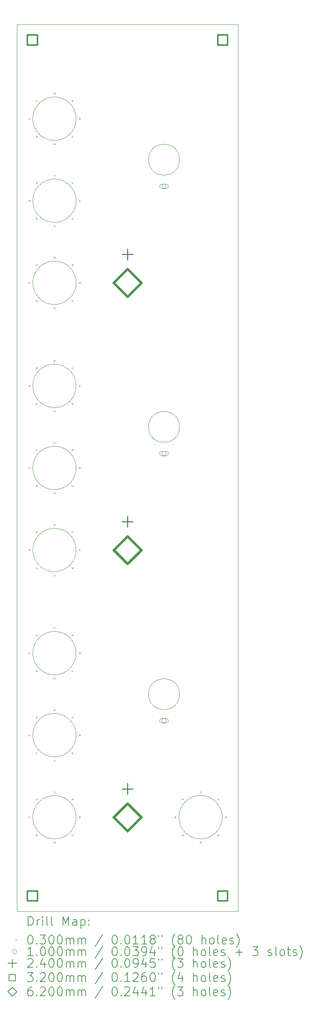
<source format=gbr>
%TF.GenerationSoftware,KiCad,Pcbnew,9.0.0*%
%TF.CreationDate,2025-03-16T10:30:26+01:00*%
%TF.ProjectId,DMH_Tripple_VCA_PANEL,444d485f-5472-4697-9070-6c655f564341,rev?*%
%TF.SameCoordinates,Original*%
%TF.FileFunction,Drillmap*%
%TF.FilePolarity,Positive*%
%FSLAX45Y45*%
G04 Gerber Fmt 4.5, Leading zero omitted, Abs format (unit mm)*
G04 Created by KiCad (PCBNEW 9.0.0) date 2025-03-16 10:30:26*
%MOMM*%
%LPD*%
G01*
G04 APERTURE LIST*
%ADD10C,0.050000*%
%ADD11C,0.200000*%
%ADD12C,0.100000*%
%ADD13C,0.240000*%
%ADD14C,0.320000*%
%ADD15C,0.620000*%
G04 APERTURE END LIST*
D10*
X5000000Y-3000000D02*
X10000000Y-3000000D01*
X10000000Y-23000000D01*
X5000000Y-23000000D01*
X5000000Y-3000000D01*
X8675000Y-18100000D02*
G75*
G02*
X7975000Y-18100000I-350000J0D01*
G01*
X7975000Y-18100000D02*
G75*
G02*
X8675000Y-18100000I350000J0D01*
G01*
X6340000Y-13000000D02*
G75*
G02*
X5360000Y-13000000I-490000J0D01*
G01*
X5360000Y-13000000D02*
G75*
G02*
X6340000Y-13000000I490000J0D01*
G01*
X6340000Y-6975000D02*
G75*
G02*
X5360000Y-6975000I-490000J0D01*
G01*
X5360000Y-6975000D02*
G75*
G02*
X6340000Y-6975000I490000J0D01*
G01*
X6340000Y-20875000D02*
G75*
G02*
X5360000Y-20875000I-490000J0D01*
G01*
X5360000Y-20875000D02*
G75*
G02*
X6340000Y-20875000I490000J0D01*
G01*
X6340000Y-19025000D02*
G75*
G02*
X5360000Y-19025000I-490000J0D01*
G01*
X5360000Y-19025000D02*
G75*
G02*
X6340000Y-19025000I490000J0D01*
G01*
X6340000Y-14850000D02*
G75*
G02*
X5360000Y-14850000I-490000J0D01*
G01*
X5360000Y-14850000D02*
G75*
G02*
X6340000Y-14850000I490000J0D01*
G01*
X6340000Y-17175000D02*
G75*
G02*
X5360000Y-17175000I-490000J0D01*
G01*
X5360000Y-17175000D02*
G75*
G02*
X6340000Y-17175000I490000J0D01*
G01*
X6340000Y-11150000D02*
G75*
G02*
X5360000Y-11150000I-490000J0D01*
G01*
X5360000Y-11150000D02*
G75*
G02*
X6340000Y-11150000I490000J0D01*
G01*
X8675000Y-6050000D02*
G75*
G02*
X7975000Y-6050000I-350000J0D01*
G01*
X7975000Y-6050000D02*
G75*
G02*
X8675000Y-6050000I350000J0D01*
G01*
X8675000Y-12075000D02*
G75*
G02*
X7975000Y-12075000I-350000J0D01*
G01*
X7975000Y-12075000D02*
G75*
G02*
X8675000Y-12075000I350000J0D01*
G01*
X6340000Y-5125000D02*
G75*
G02*
X5360000Y-5125000I-490000J0D01*
G01*
X5360000Y-5125000D02*
G75*
G02*
X6340000Y-5125000I490000J0D01*
G01*
X9640000Y-20875000D02*
G75*
G02*
X8660000Y-20875000I-490000J0D01*
G01*
X8660000Y-20875000D02*
G75*
G02*
X9640000Y-20875000I490000J0D01*
G01*
X6340000Y-8825000D02*
G75*
G02*
X5360000Y-8825000I-490000J0D01*
G01*
X5360000Y-8825000D02*
G75*
G02*
X6340000Y-8825000I490000J0D01*
G01*
D11*
D12*
X5265000Y-5110000D02*
X5295000Y-5140000D01*
X5295000Y-5110000D02*
X5265000Y-5140000D01*
X5265000Y-6960000D02*
X5295000Y-6990000D01*
X5295000Y-6960000D02*
X5265000Y-6990000D01*
X5265000Y-8810000D02*
X5295000Y-8840000D01*
X5295000Y-8810000D02*
X5265000Y-8840000D01*
X5265000Y-11135000D02*
X5295000Y-11165000D01*
X5295000Y-11135000D02*
X5265000Y-11165000D01*
X5265000Y-12985000D02*
X5295000Y-13015000D01*
X5295000Y-12985000D02*
X5265000Y-13015000D01*
X5265000Y-14835000D02*
X5295000Y-14865000D01*
X5295000Y-14835000D02*
X5265000Y-14865000D01*
X5265000Y-17160000D02*
X5295000Y-17190000D01*
X5295000Y-17160000D02*
X5265000Y-17190000D01*
X5265000Y-19010000D02*
X5295000Y-19040000D01*
X5295000Y-19010000D02*
X5265000Y-19040000D01*
X5265000Y-20860000D02*
X5295000Y-20890000D01*
X5295000Y-20860000D02*
X5265000Y-20890000D01*
X5431000Y-4707000D02*
X5461000Y-4737000D01*
X5461000Y-4707000D02*
X5431000Y-4737000D01*
X5431000Y-6557000D02*
X5461000Y-6587000D01*
X5461000Y-6557000D02*
X5431000Y-6587000D01*
X5431000Y-8407000D02*
X5461000Y-8437000D01*
X5461000Y-8407000D02*
X5431000Y-8437000D01*
X5431000Y-10732000D02*
X5461000Y-10762000D01*
X5461000Y-10732000D02*
X5431000Y-10762000D01*
X5431000Y-12582000D02*
X5461000Y-12612000D01*
X5461000Y-12582000D02*
X5431000Y-12612000D01*
X5431000Y-14432000D02*
X5461000Y-14462000D01*
X5461000Y-14432000D02*
X5431000Y-14462000D01*
X5431000Y-16757000D02*
X5461000Y-16787000D01*
X5461000Y-16757000D02*
X5431000Y-16787000D01*
X5431000Y-18607000D02*
X5461000Y-18637000D01*
X5461000Y-18607000D02*
X5431000Y-18637000D01*
X5431000Y-20457000D02*
X5461000Y-20487000D01*
X5461000Y-20457000D02*
X5431000Y-20487000D01*
X5432000Y-5514000D02*
X5462000Y-5544000D01*
X5462000Y-5514000D02*
X5432000Y-5544000D01*
X5432000Y-7364000D02*
X5462000Y-7394000D01*
X5462000Y-7364000D02*
X5432000Y-7394000D01*
X5432000Y-9214000D02*
X5462000Y-9244000D01*
X5462000Y-9214000D02*
X5432000Y-9244000D01*
X5432000Y-11539000D02*
X5462000Y-11569000D01*
X5462000Y-11539000D02*
X5432000Y-11569000D01*
X5432000Y-13389000D02*
X5462000Y-13419000D01*
X5462000Y-13389000D02*
X5432000Y-13419000D01*
X5432000Y-15239000D02*
X5462000Y-15269000D01*
X5462000Y-15239000D02*
X5432000Y-15269000D01*
X5432000Y-17564000D02*
X5462000Y-17594000D01*
X5462000Y-17564000D02*
X5432000Y-17594000D01*
X5432000Y-19414000D02*
X5462000Y-19444000D01*
X5462000Y-19414000D02*
X5432000Y-19444000D01*
X5432000Y-21264000D02*
X5462000Y-21294000D01*
X5462000Y-21264000D02*
X5432000Y-21294000D01*
X5835000Y-4540000D02*
X5865000Y-4570000D01*
X5865000Y-4540000D02*
X5835000Y-4570000D01*
X5835000Y-5680000D02*
X5865000Y-5710000D01*
X5865000Y-5680000D02*
X5835000Y-5710000D01*
X5835000Y-6390000D02*
X5865000Y-6420000D01*
X5865000Y-6390000D02*
X5835000Y-6420000D01*
X5835000Y-7530000D02*
X5865000Y-7560000D01*
X5865000Y-7530000D02*
X5835000Y-7560000D01*
X5835000Y-8240000D02*
X5865000Y-8270000D01*
X5865000Y-8240000D02*
X5835000Y-8270000D01*
X5835000Y-9380000D02*
X5865000Y-9410000D01*
X5865000Y-9380000D02*
X5835000Y-9410000D01*
X5835000Y-10565000D02*
X5865000Y-10595000D01*
X5865000Y-10565000D02*
X5835000Y-10595000D01*
X5835000Y-11705000D02*
X5865000Y-11735000D01*
X5865000Y-11705000D02*
X5835000Y-11735000D01*
X5835000Y-12415000D02*
X5865000Y-12445000D01*
X5865000Y-12415000D02*
X5835000Y-12445000D01*
X5835000Y-13555000D02*
X5865000Y-13585000D01*
X5865000Y-13555000D02*
X5835000Y-13585000D01*
X5835000Y-14265000D02*
X5865000Y-14295000D01*
X5865000Y-14265000D02*
X5835000Y-14295000D01*
X5835000Y-15405000D02*
X5865000Y-15435000D01*
X5865000Y-15405000D02*
X5835000Y-15435000D01*
X5835000Y-16590000D02*
X5865000Y-16620000D01*
X5865000Y-16590000D02*
X5835000Y-16620000D01*
X5835000Y-17730000D02*
X5865000Y-17760000D01*
X5865000Y-17730000D02*
X5835000Y-17760000D01*
X5835000Y-18440000D02*
X5865000Y-18470000D01*
X5865000Y-18440000D02*
X5835000Y-18470000D01*
X5835000Y-19580000D02*
X5865000Y-19610000D01*
X5865000Y-19580000D02*
X5835000Y-19610000D01*
X5835000Y-20290000D02*
X5865000Y-20320000D01*
X5865000Y-20290000D02*
X5835000Y-20320000D01*
X5835000Y-21430000D02*
X5865000Y-21460000D01*
X5865000Y-21430000D02*
X5835000Y-21460000D01*
X6238000Y-5514000D02*
X6268000Y-5544000D01*
X6268000Y-5514000D02*
X6238000Y-5544000D01*
X6238000Y-7364000D02*
X6268000Y-7394000D01*
X6268000Y-7364000D02*
X6238000Y-7394000D01*
X6238000Y-9214000D02*
X6268000Y-9244000D01*
X6268000Y-9214000D02*
X6238000Y-9244000D01*
X6238000Y-11539000D02*
X6268000Y-11569000D01*
X6268000Y-11539000D02*
X6238000Y-11569000D01*
X6238000Y-13389000D02*
X6268000Y-13419000D01*
X6268000Y-13389000D02*
X6238000Y-13419000D01*
X6238000Y-15239000D02*
X6268000Y-15269000D01*
X6268000Y-15239000D02*
X6238000Y-15269000D01*
X6238000Y-17564000D02*
X6268000Y-17594000D01*
X6268000Y-17564000D02*
X6238000Y-17594000D01*
X6238000Y-19414000D02*
X6268000Y-19444000D01*
X6268000Y-19414000D02*
X6238000Y-19444000D01*
X6238000Y-21264000D02*
X6268000Y-21294000D01*
X6268000Y-21264000D02*
X6238000Y-21294000D01*
X6239000Y-4707000D02*
X6269000Y-4737000D01*
X6269000Y-4707000D02*
X6239000Y-4737000D01*
X6239000Y-6557000D02*
X6269000Y-6587000D01*
X6269000Y-6557000D02*
X6239000Y-6587000D01*
X6239000Y-8407000D02*
X6269000Y-8437000D01*
X6269000Y-8407000D02*
X6239000Y-8437000D01*
X6239000Y-10732000D02*
X6269000Y-10762000D01*
X6269000Y-10732000D02*
X6239000Y-10762000D01*
X6239000Y-12582000D02*
X6269000Y-12612000D01*
X6269000Y-12582000D02*
X6239000Y-12612000D01*
X6239000Y-14432000D02*
X6269000Y-14462000D01*
X6269000Y-14432000D02*
X6239000Y-14462000D01*
X6239000Y-16757000D02*
X6269000Y-16787000D01*
X6269000Y-16757000D02*
X6239000Y-16787000D01*
X6239000Y-18607000D02*
X6269000Y-18637000D01*
X6269000Y-18607000D02*
X6239000Y-18637000D01*
X6239000Y-20457000D02*
X6269000Y-20487000D01*
X6269000Y-20457000D02*
X6239000Y-20487000D01*
X6405000Y-5110000D02*
X6435000Y-5140000D01*
X6435000Y-5110000D02*
X6405000Y-5140000D01*
X6405000Y-6960000D02*
X6435000Y-6990000D01*
X6435000Y-6960000D02*
X6405000Y-6990000D01*
X6405000Y-8810000D02*
X6435000Y-8840000D01*
X6435000Y-8810000D02*
X6405000Y-8840000D01*
X6405000Y-11135000D02*
X6435000Y-11165000D01*
X6435000Y-11135000D02*
X6405000Y-11165000D01*
X6405000Y-12985000D02*
X6435000Y-13015000D01*
X6435000Y-12985000D02*
X6405000Y-13015000D01*
X6405000Y-14835000D02*
X6435000Y-14865000D01*
X6435000Y-14835000D02*
X6405000Y-14865000D01*
X6405000Y-17160000D02*
X6435000Y-17190000D01*
X6435000Y-17160000D02*
X6405000Y-17190000D01*
X6405000Y-19010000D02*
X6435000Y-19040000D01*
X6435000Y-19010000D02*
X6405000Y-19040000D01*
X6405000Y-20860000D02*
X6435000Y-20890000D01*
X6435000Y-20860000D02*
X6405000Y-20890000D01*
X8565000Y-20860000D02*
X8595000Y-20890000D01*
X8595000Y-20860000D02*
X8565000Y-20890000D01*
X8731000Y-20457000D02*
X8761000Y-20487000D01*
X8761000Y-20457000D02*
X8731000Y-20487000D01*
X8732000Y-21264000D02*
X8762000Y-21294000D01*
X8762000Y-21264000D02*
X8732000Y-21294000D01*
X9135000Y-20290000D02*
X9165000Y-20320000D01*
X9165000Y-20290000D02*
X9135000Y-20320000D01*
X9135000Y-21430000D02*
X9165000Y-21460000D01*
X9165000Y-21430000D02*
X9135000Y-21460000D01*
X9538000Y-21264000D02*
X9568000Y-21294000D01*
X9568000Y-21264000D02*
X9538000Y-21294000D01*
X9539000Y-20457000D02*
X9569000Y-20487000D01*
X9569000Y-20457000D02*
X9539000Y-20487000D01*
X9705000Y-20860000D02*
X9735000Y-20890000D01*
X9735000Y-20860000D02*
X9705000Y-20890000D01*
X8375000Y-6650000D02*
G75*
G02*
X8275000Y-6650000I-50000J0D01*
G01*
X8275000Y-6650000D02*
G75*
G02*
X8375000Y-6650000I50000J0D01*
G01*
X8275000Y-6700000D02*
X8375000Y-6700000D01*
X8375000Y-6600000D02*
G75*
G02*
X8375000Y-6700000I0J-50000D01*
G01*
X8375000Y-6600000D02*
X8275000Y-6600000D01*
X8275000Y-6600000D02*
G75*
G03*
X8275000Y-6700000I0J-50000D01*
G01*
X8375000Y-12675000D02*
G75*
G02*
X8275000Y-12675000I-50000J0D01*
G01*
X8275000Y-12675000D02*
G75*
G02*
X8375000Y-12675000I50000J0D01*
G01*
X8275000Y-12725000D02*
X8375000Y-12725000D01*
X8375000Y-12625000D02*
G75*
G02*
X8375000Y-12725000I0J-50000D01*
G01*
X8375000Y-12625000D02*
X8275000Y-12625000D01*
X8275000Y-12625000D02*
G75*
G03*
X8275000Y-12725000I0J-50000D01*
G01*
X8375000Y-18700000D02*
G75*
G02*
X8275000Y-18700000I-50000J0D01*
G01*
X8275000Y-18700000D02*
G75*
G02*
X8375000Y-18700000I50000J0D01*
G01*
X8275000Y-18750000D02*
X8375000Y-18750000D01*
X8375000Y-18650000D02*
G75*
G02*
X8375000Y-18750000I0J-50000D01*
G01*
X8375000Y-18650000D02*
X8275000Y-18650000D01*
X8275000Y-18650000D02*
G75*
G03*
X8275000Y-18750000I0J-50000D01*
G01*
D13*
X7500000Y-8065000D02*
X7500000Y-8305000D01*
X7380000Y-8185000D02*
X7620000Y-8185000D01*
X7500000Y-14090000D02*
X7500000Y-14330000D01*
X7380000Y-14210000D02*
X7620000Y-14210000D01*
X7500000Y-20115000D02*
X7500000Y-20355000D01*
X7380000Y-20235000D02*
X7620000Y-20235000D01*
D14*
X5463138Y-3463138D02*
X5463138Y-3236862D01*
X5236862Y-3236862D01*
X5236862Y-3463138D01*
X5463138Y-3463138D01*
X5463138Y-22763138D02*
X5463138Y-22536862D01*
X5236862Y-22536862D01*
X5236862Y-22763138D01*
X5463138Y-22763138D01*
X9763138Y-3463138D02*
X9763138Y-3236862D01*
X9536862Y-3236862D01*
X9536862Y-3463138D01*
X9763138Y-3463138D01*
X9763138Y-22763138D02*
X9763138Y-22536862D01*
X9536862Y-22536862D01*
X9536862Y-22763138D01*
X9763138Y-22763138D01*
D15*
X7500000Y-9135000D02*
X7810000Y-8825000D01*
X7500000Y-8515000D01*
X7190000Y-8825000D01*
X7500000Y-9135000D01*
X7500000Y-15160000D02*
X7810000Y-14850000D01*
X7500000Y-14540000D01*
X7190000Y-14850000D01*
X7500000Y-15160000D01*
X7500000Y-21185000D02*
X7810000Y-20875000D01*
X7500000Y-20565000D01*
X7190000Y-20875000D01*
X7500000Y-21185000D01*
D11*
X5258277Y-23313984D02*
X5258277Y-23113984D01*
X5258277Y-23113984D02*
X5305896Y-23113984D01*
X5305896Y-23113984D02*
X5334467Y-23123508D01*
X5334467Y-23123508D02*
X5353515Y-23142555D01*
X5353515Y-23142555D02*
X5363039Y-23161603D01*
X5363039Y-23161603D02*
X5372563Y-23199698D01*
X5372563Y-23199698D02*
X5372563Y-23228269D01*
X5372563Y-23228269D02*
X5363039Y-23266365D01*
X5363039Y-23266365D02*
X5353515Y-23285412D01*
X5353515Y-23285412D02*
X5334467Y-23304460D01*
X5334467Y-23304460D02*
X5305896Y-23313984D01*
X5305896Y-23313984D02*
X5258277Y-23313984D01*
X5458277Y-23313984D02*
X5458277Y-23180650D01*
X5458277Y-23218746D02*
X5467801Y-23199698D01*
X5467801Y-23199698D02*
X5477324Y-23190174D01*
X5477324Y-23190174D02*
X5496372Y-23180650D01*
X5496372Y-23180650D02*
X5515420Y-23180650D01*
X5582086Y-23313984D02*
X5582086Y-23180650D01*
X5582086Y-23113984D02*
X5572563Y-23123508D01*
X5572563Y-23123508D02*
X5582086Y-23133031D01*
X5582086Y-23133031D02*
X5591610Y-23123508D01*
X5591610Y-23123508D02*
X5582086Y-23113984D01*
X5582086Y-23113984D02*
X5582086Y-23133031D01*
X5705896Y-23313984D02*
X5686848Y-23304460D01*
X5686848Y-23304460D02*
X5677324Y-23285412D01*
X5677324Y-23285412D02*
X5677324Y-23113984D01*
X5810658Y-23313984D02*
X5791610Y-23304460D01*
X5791610Y-23304460D02*
X5782086Y-23285412D01*
X5782086Y-23285412D02*
X5782086Y-23113984D01*
X6039229Y-23313984D02*
X6039229Y-23113984D01*
X6039229Y-23113984D02*
X6105896Y-23256841D01*
X6105896Y-23256841D02*
X6172562Y-23113984D01*
X6172562Y-23113984D02*
X6172562Y-23313984D01*
X6353515Y-23313984D02*
X6353515Y-23209222D01*
X6353515Y-23209222D02*
X6343991Y-23190174D01*
X6343991Y-23190174D02*
X6324943Y-23180650D01*
X6324943Y-23180650D02*
X6286848Y-23180650D01*
X6286848Y-23180650D02*
X6267801Y-23190174D01*
X6353515Y-23304460D02*
X6334467Y-23313984D01*
X6334467Y-23313984D02*
X6286848Y-23313984D01*
X6286848Y-23313984D02*
X6267801Y-23304460D01*
X6267801Y-23304460D02*
X6258277Y-23285412D01*
X6258277Y-23285412D02*
X6258277Y-23266365D01*
X6258277Y-23266365D02*
X6267801Y-23247317D01*
X6267801Y-23247317D02*
X6286848Y-23237793D01*
X6286848Y-23237793D02*
X6334467Y-23237793D01*
X6334467Y-23237793D02*
X6353515Y-23228269D01*
X6448753Y-23180650D02*
X6448753Y-23380650D01*
X6448753Y-23190174D02*
X6467801Y-23180650D01*
X6467801Y-23180650D02*
X6505896Y-23180650D01*
X6505896Y-23180650D02*
X6524943Y-23190174D01*
X6524943Y-23190174D02*
X6534467Y-23199698D01*
X6534467Y-23199698D02*
X6543991Y-23218746D01*
X6543991Y-23218746D02*
X6543991Y-23275888D01*
X6543991Y-23275888D02*
X6534467Y-23294936D01*
X6534467Y-23294936D02*
X6524943Y-23304460D01*
X6524943Y-23304460D02*
X6505896Y-23313984D01*
X6505896Y-23313984D02*
X6467801Y-23313984D01*
X6467801Y-23313984D02*
X6448753Y-23304460D01*
X6629705Y-23294936D02*
X6639229Y-23304460D01*
X6639229Y-23304460D02*
X6629705Y-23313984D01*
X6629705Y-23313984D02*
X6620182Y-23304460D01*
X6620182Y-23304460D02*
X6629705Y-23294936D01*
X6629705Y-23294936D02*
X6629705Y-23313984D01*
X6629705Y-23190174D02*
X6639229Y-23199698D01*
X6639229Y-23199698D02*
X6629705Y-23209222D01*
X6629705Y-23209222D02*
X6620182Y-23199698D01*
X6620182Y-23199698D02*
X6629705Y-23190174D01*
X6629705Y-23190174D02*
X6629705Y-23209222D01*
D12*
X4967500Y-23627500D02*
X4997500Y-23657500D01*
X4997500Y-23627500D02*
X4967500Y-23657500D01*
D11*
X5296372Y-23533984D02*
X5315420Y-23533984D01*
X5315420Y-23533984D02*
X5334467Y-23543508D01*
X5334467Y-23543508D02*
X5343991Y-23553031D01*
X5343991Y-23553031D02*
X5353515Y-23572079D01*
X5353515Y-23572079D02*
X5363039Y-23610174D01*
X5363039Y-23610174D02*
X5363039Y-23657793D01*
X5363039Y-23657793D02*
X5353515Y-23695888D01*
X5353515Y-23695888D02*
X5343991Y-23714936D01*
X5343991Y-23714936D02*
X5334467Y-23724460D01*
X5334467Y-23724460D02*
X5315420Y-23733984D01*
X5315420Y-23733984D02*
X5296372Y-23733984D01*
X5296372Y-23733984D02*
X5277324Y-23724460D01*
X5277324Y-23724460D02*
X5267801Y-23714936D01*
X5267801Y-23714936D02*
X5258277Y-23695888D01*
X5258277Y-23695888D02*
X5248753Y-23657793D01*
X5248753Y-23657793D02*
X5248753Y-23610174D01*
X5248753Y-23610174D02*
X5258277Y-23572079D01*
X5258277Y-23572079D02*
X5267801Y-23553031D01*
X5267801Y-23553031D02*
X5277324Y-23543508D01*
X5277324Y-23543508D02*
X5296372Y-23533984D01*
X5448753Y-23714936D02*
X5458277Y-23724460D01*
X5458277Y-23724460D02*
X5448753Y-23733984D01*
X5448753Y-23733984D02*
X5439229Y-23724460D01*
X5439229Y-23724460D02*
X5448753Y-23714936D01*
X5448753Y-23714936D02*
X5448753Y-23733984D01*
X5524944Y-23533984D02*
X5648753Y-23533984D01*
X5648753Y-23533984D02*
X5582086Y-23610174D01*
X5582086Y-23610174D02*
X5610658Y-23610174D01*
X5610658Y-23610174D02*
X5629705Y-23619698D01*
X5629705Y-23619698D02*
X5639229Y-23629222D01*
X5639229Y-23629222D02*
X5648753Y-23648269D01*
X5648753Y-23648269D02*
X5648753Y-23695888D01*
X5648753Y-23695888D02*
X5639229Y-23714936D01*
X5639229Y-23714936D02*
X5629705Y-23724460D01*
X5629705Y-23724460D02*
X5610658Y-23733984D01*
X5610658Y-23733984D02*
X5553515Y-23733984D01*
X5553515Y-23733984D02*
X5534467Y-23724460D01*
X5534467Y-23724460D02*
X5524944Y-23714936D01*
X5772562Y-23533984D02*
X5791610Y-23533984D01*
X5791610Y-23533984D02*
X5810658Y-23543508D01*
X5810658Y-23543508D02*
X5820182Y-23553031D01*
X5820182Y-23553031D02*
X5829705Y-23572079D01*
X5829705Y-23572079D02*
X5839229Y-23610174D01*
X5839229Y-23610174D02*
X5839229Y-23657793D01*
X5839229Y-23657793D02*
X5829705Y-23695888D01*
X5829705Y-23695888D02*
X5820182Y-23714936D01*
X5820182Y-23714936D02*
X5810658Y-23724460D01*
X5810658Y-23724460D02*
X5791610Y-23733984D01*
X5791610Y-23733984D02*
X5772562Y-23733984D01*
X5772562Y-23733984D02*
X5753515Y-23724460D01*
X5753515Y-23724460D02*
X5743991Y-23714936D01*
X5743991Y-23714936D02*
X5734467Y-23695888D01*
X5734467Y-23695888D02*
X5724943Y-23657793D01*
X5724943Y-23657793D02*
X5724943Y-23610174D01*
X5724943Y-23610174D02*
X5734467Y-23572079D01*
X5734467Y-23572079D02*
X5743991Y-23553031D01*
X5743991Y-23553031D02*
X5753515Y-23543508D01*
X5753515Y-23543508D02*
X5772562Y-23533984D01*
X5963039Y-23533984D02*
X5982086Y-23533984D01*
X5982086Y-23533984D02*
X6001134Y-23543508D01*
X6001134Y-23543508D02*
X6010658Y-23553031D01*
X6010658Y-23553031D02*
X6020182Y-23572079D01*
X6020182Y-23572079D02*
X6029705Y-23610174D01*
X6029705Y-23610174D02*
X6029705Y-23657793D01*
X6029705Y-23657793D02*
X6020182Y-23695888D01*
X6020182Y-23695888D02*
X6010658Y-23714936D01*
X6010658Y-23714936D02*
X6001134Y-23724460D01*
X6001134Y-23724460D02*
X5982086Y-23733984D01*
X5982086Y-23733984D02*
X5963039Y-23733984D01*
X5963039Y-23733984D02*
X5943991Y-23724460D01*
X5943991Y-23724460D02*
X5934467Y-23714936D01*
X5934467Y-23714936D02*
X5924943Y-23695888D01*
X5924943Y-23695888D02*
X5915420Y-23657793D01*
X5915420Y-23657793D02*
X5915420Y-23610174D01*
X5915420Y-23610174D02*
X5924943Y-23572079D01*
X5924943Y-23572079D02*
X5934467Y-23553031D01*
X5934467Y-23553031D02*
X5943991Y-23543508D01*
X5943991Y-23543508D02*
X5963039Y-23533984D01*
X6115420Y-23733984D02*
X6115420Y-23600650D01*
X6115420Y-23619698D02*
X6124943Y-23610174D01*
X6124943Y-23610174D02*
X6143991Y-23600650D01*
X6143991Y-23600650D02*
X6172563Y-23600650D01*
X6172563Y-23600650D02*
X6191610Y-23610174D01*
X6191610Y-23610174D02*
X6201134Y-23629222D01*
X6201134Y-23629222D02*
X6201134Y-23733984D01*
X6201134Y-23629222D02*
X6210658Y-23610174D01*
X6210658Y-23610174D02*
X6229705Y-23600650D01*
X6229705Y-23600650D02*
X6258277Y-23600650D01*
X6258277Y-23600650D02*
X6277324Y-23610174D01*
X6277324Y-23610174D02*
X6286848Y-23629222D01*
X6286848Y-23629222D02*
X6286848Y-23733984D01*
X6382086Y-23733984D02*
X6382086Y-23600650D01*
X6382086Y-23619698D02*
X6391610Y-23610174D01*
X6391610Y-23610174D02*
X6410658Y-23600650D01*
X6410658Y-23600650D02*
X6439229Y-23600650D01*
X6439229Y-23600650D02*
X6458277Y-23610174D01*
X6458277Y-23610174D02*
X6467801Y-23629222D01*
X6467801Y-23629222D02*
X6467801Y-23733984D01*
X6467801Y-23629222D02*
X6477324Y-23610174D01*
X6477324Y-23610174D02*
X6496372Y-23600650D01*
X6496372Y-23600650D02*
X6524943Y-23600650D01*
X6524943Y-23600650D02*
X6543991Y-23610174D01*
X6543991Y-23610174D02*
X6553515Y-23629222D01*
X6553515Y-23629222D02*
X6553515Y-23733984D01*
X6943991Y-23524460D02*
X6772563Y-23781603D01*
X7201134Y-23533984D02*
X7220182Y-23533984D01*
X7220182Y-23533984D02*
X7239229Y-23543508D01*
X7239229Y-23543508D02*
X7248753Y-23553031D01*
X7248753Y-23553031D02*
X7258277Y-23572079D01*
X7258277Y-23572079D02*
X7267801Y-23610174D01*
X7267801Y-23610174D02*
X7267801Y-23657793D01*
X7267801Y-23657793D02*
X7258277Y-23695888D01*
X7258277Y-23695888D02*
X7248753Y-23714936D01*
X7248753Y-23714936D02*
X7239229Y-23724460D01*
X7239229Y-23724460D02*
X7220182Y-23733984D01*
X7220182Y-23733984D02*
X7201134Y-23733984D01*
X7201134Y-23733984D02*
X7182086Y-23724460D01*
X7182086Y-23724460D02*
X7172563Y-23714936D01*
X7172563Y-23714936D02*
X7163039Y-23695888D01*
X7163039Y-23695888D02*
X7153515Y-23657793D01*
X7153515Y-23657793D02*
X7153515Y-23610174D01*
X7153515Y-23610174D02*
X7163039Y-23572079D01*
X7163039Y-23572079D02*
X7172563Y-23553031D01*
X7172563Y-23553031D02*
X7182086Y-23543508D01*
X7182086Y-23543508D02*
X7201134Y-23533984D01*
X7353515Y-23714936D02*
X7363039Y-23724460D01*
X7363039Y-23724460D02*
X7353515Y-23733984D01*
X7353515Y-23733984D02*
X7343991Y-23724460D01*
X7343991Y-23724460D02*
X7353515Y-23714936D01*
X7353515Y-23714936D02*
X7353515Y-23733984D01*
X7486848Y-23533984D02*
X7505896Y-23533984D01*
X7505896Y-23533984D02*
X7524944Y-23543508D01*
X7524944Y-23543508D02*
X7534467Y-23553031D01*
X7534467Y-23553031D02*
X7543991Y-23572079D01*
X7543991Y-23572079D02*
X7553515Y-23610174D01*
X7553515Y-23610174D02*
X7553515Y-23657793D01*
X7553515Y-23657793D02*
X7543991Y-23695888D01*
X7543991Y-23695888D02*
X7534467Y-23714936D01*
X7534467Y-23714936D02*
X7524944Y-23724460D01*
X7524944Y-23724460D02*
X7505896Y-23733984D01*
X7505896Y-23733984D02*
X7486848Y-23733984D01*
X7486848Y-23733984D02*
X7467801Y-23724460D01*
X7467801Y-23724460D02*
X7458277Y-23714936D01*
X7458277Y-23714936D02*
X7448753Y-23695888D01*
X7448753Y-23695888D02*
X7439229Y-23657793D01*
X7439229Y-23657793D02*
X7439229Y-23610174D01*
X7439229Y-23610174D02*
X7448753Y-23572079D01*
X7448753Y-23572079D02*
X7458277Y-23553031D01*
X7458277Y-23553031D02*
X7467801Y-23543508D01*
X7467801Y-23543508D02*
X7486848Y-23533984D01*
X7743991Y-23733984D02*
X7629706Y-23733984D01*
X7686848Y-23733984D02*
X7686848Y-23533984D01*
X7686848Y-23533984D02*
X7667801Y-23562555D01*
X7667801Y-23562555D02*
X7648753Y-23581603D01*
X7648753Y-23581603D02*
X7629706Y-23591127D01*
X7934467Y-23733984D02*
X7820182Y-23733984D01*
X7877325Y-23733984D02*
X7877325Y-23533984D01*
X7877325Y-23533984D02*
X7858277Y-23562555D01*
X7858277Y-23562555D02*
X7839229Y-23581603D01*
X7839229Y-23581603D02*
X7820182Y-23591127D01*
X8048753Y-23619698D02*
X8029706Y-23610174D01*
X8029706Y-23610174D02*
X8020182Y-23600650D01*
X8020182Y-23600650D02*
X8010658Y-23581603D01*
X8010658Y-23581603D02*
X8010658Y-23572079D01*
X8010658Y-23572079D02*
X8020182Y-23553031D01*
X8020182Y-23553031D02*
X8029706Y-23543508D01*
X8029706Y-23543508D02*
X8048753Y-23533984D01*
X8048753Y-23533984D02*
X8086848Y-23533984D01*
X8086848Y-23533984D02*
X8105896Y-23543508D01*
X8105896Y-23543508D02*
X8115420Y-23553031D01*
X8115420Y-23553031D02*
X8124944Y-23572079D01*
X8124944Y-23572079D02*
X8124944Y-23581603D01*
X8124944Y-23581603D02*
X8115420Y-23600650D01*
X8115420Y-23600650D02*
X8105896Y-23610174D01*
X8105896Y-23610174D02*
X8086848Y-23619698D01*
X8086848Y-23619698D02*
X8048753Y-23619698D01*
X8048753Y-23619698D02*
X8029706Y-23629222D01*
X8029706Y-23629222D02*
X8020182Y-23638746D01*
X8020182Y-23638746D02*
X8010658Y-23657793D01*
X8010658Y-23657793D02*
X8010658Y-23695888D01*
X8010658Y-23695888D02*
X8020182Y-23714936D01*
X8020182Y-23714936D02*
X8029706Y-23724460D01*
X8029706Y-23724460D02*
X8048753Y-23733984D01*
X8048753Y-23733984D02*
X8086848Y-23733984D01*
X8086848Y-23733984D02*
X8105896Y-23724460D01*
X8105896Y-23724460D02*
X8115420Y-23714936D01*
X8115420Y-23714936D02*
X8124944Y-23695888D01*
X8124944Y-23695888D02*
X8124944Y-23657793D01*
X8124944Y-23657793D02*
X8115420Y-23638746D01*
X8115420Y-23638746D02*
X8105896Y-23629222D01*
X8105896Y-23629222D02*
X8086848Y-23619698D01*
X8201134Y-23533984D02*
X8201134Y-23572079D01*
X8277325Y-23533984D02*
X8277325Y-23572079D01*
X8572563Y-23810174D02*
X8563039Y-23800650D01*
X8563039Y-23800650D02*
X8543991Y-23772079D01*
X8543991Y-23772079D02*
X8534468Y-23753031D01*
X8534468Y-23753031D02*
X8524944Y-23724460D01*
X8524944Y-23724460D02*
X8515420Y-23676841D01*
X8515420Y-23676841D02*
X8515420Y-23638746D01*
X8515420Y-23638746D02*
X8524944Y-23591127D01*
X8524944Y-23591127D02*
X8534468Y-23562555D01*
X8534468Y-23562555D02*
X8543991Y-23543508D01*
X8543991Y-23543508D02*
X8563039Y-23514936D01*
X8563039Y-23514936D02*
X8572563Y-23505412D01*
X8677325Y-23619698D02*
X8658277Y-23610174D01*
X8658277Y-23610174D02*
X8648753Y-23600650D01*
X8648753Y-23600650D02*
X8639230Y-23581603D01*
X8639230Y-23581603D02*
X8639230Y-23572079D01*
X8639230Y-23572079D02*
X8648753Y-23553031D01*
X8648753Y-23553031D02*
X8658277Y-23543508D01*
X8658277Y-23543508D02*
X8677325Y-23533984D01*
X8677325Y-23533984D02*
X8715420Y-23533984D01*
X8715420Y-23533984D02*
X8734468Y-23543508D01*
X8734468Y-23543508D02*
X8743991Y-23553031D01*
X8743991Y-23553031D02*
X8753515Y-23572079D01*
X8753515Y-23572079D02*
X8753515Y-23581603D01*
X8753515Y-23581603D02*
X8743991Y-23600650D01*
X8743991Y-23600650D02*
X8734468Y-23610174D01*
X8734468Y-23610174D02*
X8715420Y-23619698D01*
X8715420Y-23619698D02*
X8677325Y-23619698D01*
X8677325Y-23619698D02*
X8658277Y-23629222D01*
X8658277Y-23629222D02*
X8648753Y-23638746D01*
X8648753Y-23638746D02*
X8639230Y-23657793D01*
X8639230Y-23657793D02*
X8639230Y-23695888D01*
X8639230Y-23695888D02*
X8648753Y-23714936D01*
X8648753Y-23714936D02*
X8658277Y-23724460D01*
X8658277Y-23724460D02*
X8677325Y-23733984D01*
X8677325Y-23733984D02*
X8715420Y-23733984D01*
X8715420Y-23733984D02*
X8734468Y-23724460D01*
X8734468Y-23724460D02*
X8743991Y-23714936D01*
X8743991Y-23714936D02*
X8753515Y-23695888D01*
X8753515Y-23695888D02*
X8753515Y-23657793D01*
X8753515Y-23657793D02*
X8743991Y-23638746D01*
X8743991Y-23638746D02*
X8734468Y-23629222D01*
X8734468Y-23629222D02*
X8715420Y-23619698D01*
X8877325Y-23533984D02*
X8896372Y-23533984D01*
X8896372Y-23533984D02*
X8915420Y-23543508D01*
X8915420Y-23543508D02*
X8924944Y-23553031D01*
X8924944Y-23553031D02*
X8934468Y-23572079D01*
X8934468Y-23572079D02*
X8943991Y-23610174D01*
X8943991Y-23610174D02*
X8943991Y-23657793D01*
X8943991Y-23657793D02*
X8934468Y-23695888D01*
X8934468Y-23695888D02*
X8924944Y-23714936D01*
X8924944Y-23714936D02*
X8915420Y-23724460D01*
X8915420Y-23724460D02*
X8896372Y-23733984D01*
X8896372Y-23733984D02*
X8877325Y-23733984D01*
X8877325Y-23733984D02*
X8858277Y-23724460D01*
X8858277Y-23724460D02*
X8848753Y-23714936D01*
X8848753Y-23714936D02*
X8839230Y-23695888D01*
X8839230Y-23695888D02*
X8829706Y-23657793D01*
X8829706Y-23657793D02*
X8829706Y-23610174D01*
X8829706Y-23610174D02*
X8839230Y-23572079D01*
X8839230Y-23572079D02*
X8848753Y-23553031D01*
X8848753Y-23553031D02*
X8858277Y-23543508D01*
X8858277Y-23543508D02*
X8877325Y-23533984D01*
X9182087Y-23733984D02*
X9182087Y-23533984D01*
X9267801Y-23733984D02*
X9267801Y-23629222D01*
X9267801Y-23629222D02*
X9258277Y-23610174D01*
X9258277Y-23610174D02*
X9239230Y-23600650D01*
X9239230Y-23600650D02*
X9210658Y-23600650D01*
X9210658Y-23600650D02*
X9191611Y-23610174D01*
X9191611Y-23610174D02*
X9182087Y-23619698D01*
X9391611Y-23733984D02*
X9372563Y-23724460D01*
X9372563Y-23724460D02*
X9363039Y-23714936D01*
X9363039Y-23714936D02*
X9353515Y-23695888D01*
X9353515Y-23695888D02*
X9353515Y-23638746D01*
X9353515Y-23638746D02*
X9363039Y-23619698D01*
X9363039Y-23619698D02*
X9372563Y-23610174D01*
X9372563Y-23610174D02*
X9391611Y-23600650D01*
X9391611Y-23600650D02*
X9420182Y-23600650D01*
X9420182Y-23600650D02*
X9439230Y-23610174D01*
X9439230Y-23610174D02*
X9448753Y-23619698D01*
X9448753Y-23619698D02*
X9458277Y-23638746D01*
X9458277Y-23638746D02*
X9458277Y-23695888D01*
X9458277Y-23695888D02*
X9448753Y-23714936D01*
X9448753Y-23714936D02*
X9439230Y-23724460D01*
X9439230Y-23724460D02*
X9420182Y-23733984D01*
X9420182Y-23733984D02*
X9391611Y-23733984D01*
X9572563Y-23733984D02*
X9553515Y-23724460D01*
X9553515Y-23724460D02*
X9543992Y-23705412D01*
X9543992Y-23705412D02*
X9543992Y-23533984D01*
X9724944Y-23724460D02*
X9705896Y-23733984D01*
X9705896Y-23733984D02*
X9667801Y-23733984D01*
X9667801Y-23733984D02*
X9648753Y-23724460D01*
X9648753Y-23724460D02*
X9639230Y-23705412D01*
X9639230Y-23705412D02*
X9639230Y-23629222D01*
X9639230Y-23629222D02*
X9648753Y-23610174D01*
X9648753Y-23610174D02*
X9667801Y-23600650D01*
X9667801Y-23600650D02*
X9705896Y-23600650D01*
X9705896Y-23600650D02*
X9724944Y-23610174D01*
X9724944Y-23610174D02*
X9734468Y-23629222D01*
X9734468Y-23629222D02*
X9734468Y-23648269D01*
X9734468Y-23648269D02*
X9639230Y-23667317D01*
X9810658Y-23724460D02*
X9829706Y-23733984D01*
X9829706Y-23733984D02*
X9867801Y-23733984D01*
X9867801Y-23733984D02*
X9886849Y-23724460D01*
X9886849Y-23724460D02*
X9896373Y-23705412D01*
X9896373Y-23705412D02*
X9896373Y-23695888D01*
X9896373Y-23695888D02*
X9886849Y-23676841D01*
X9886849Y-23676841D02*
X9867801Y-23667317D01*
X9867801Y-23667317D02*
X9839230Y-23667317D01*
X9839230Y-23667317D02*
X9820182Y-23657793D01*
X9820182Y-23657793D02*
X9810658Y-23638746D01*
X9810658Y-23638746D02*
X9810658Y-23629222D01*
X9810658Y-23629222D02*
X9820182Y-23610174D01*
X9820182Y-23610174D02*
X9839230Y-23600650D01*
X9839230Y-23600650D02*
X9867801Y-23600650D01*
X9867801Y-23600650D02*
X9886849Y-23610174D01*
X9963039Y-23810174D02*
X9972563Y-23800650D01*
X9972563Y-23800650D02*
X9991611Y-23772079D01*
X9991611Y-23772079D02*
X10001134Y-23753031D01*
X10001134Y-23753031D02*
X10010658Y-23724460D01*
X10010658Y-23724460D02*
X10020182Y-23676841D01*
X10020182Y-23676841D02*
X10020182Y-23638746D01*
X10020182Y-23638746D02*
X10010658Y-23591127D01*
X10010658Y-23591127D02*
X10001134Y-23562555D01*
X10001134Y-23562555D02*
X9991611Y-23543508D01*
X9991611Y-23543508D02*
X9972563Y-23514936D01*
X9972563Y-23514936D02*
X9963039Y-23505412D01*
D12*
X4997500Y-23906500D02*
G75*
G02*
X4897500Y-23906500I-50000J0D01*
G01*
X4897500Y-23906500D02*
G75*
G02*
X4997500Y-23906500I50000J0D01*
G01*
D11*
X5363039Y-23997984D02*
X5248753Y-23997984D01*
X5305896Y-23997984D02*
X5305896Y-23797984D01*
X5305896Y-23797984D02*
X5286848Y-23826555D01*
X5286848Y-23826555D02*
X5267801Y-23845603D01*
X5267801Y-23845603D02*
X5248753Y-23855127D01*
X5448753Y-23978936D02*
X5458277Y-23988460D01*
X5458277Y-23988460D02*
X5448753Y-23997984D01*
X5448753Y-23997984D02*
X5439229Y-23988460D01*
X5439229Y-23988460D02*
X5448753Y-23978936D01*
X5448753Y-23978936D02*
X5448753Y-23997984D01*
X5582086Y-23797984D02*
X5601134Y-23797984D01*
X5601134Y-23797984D02*
X5620182Y-23807508D01*
X5620182Y-23807508D02*
X5629705Y-23817031D01*
X5629705Y-23817031D02*
X5639229Y-23836079D01*
X5639229Y-23836079D02*
X5648753Y-23874174D01*
X5648753Y-23874174D02*
X5648753Y-23921793D01*
X5648753Y-23921793D02*
X5639229Y-23959888D01*
X5639229Y-23959888D02*
X5629705Y-23978936D01*
X5629705Y-23978936D02*
X5620182Y-23988460D01*
X5620182Y-23988460D02*
X5601134Y-23997984D01*
X5601134Y-23997984D02*
X5582086Y-23997984D01*
X5582086Y-23997984D02*
X5563039Y-23988460D01*
X5563039Y-23988460D02*
X5553515Y-23978936D01*
X5553515Y-23978936D02*
X5543991Y-23959888D01*
X5543991Y-23959888D02*
X5534467Y-23921793D01*
X5534467Y-23921793D02*
X5534467Y-23874174D01*
X5534467Y-23874174D02*
X5543991Y-23836079D01*
X5543991Y-23836079D02*
X5553515Y-23817031D01*
X5553515Y-23817031D02*
X5563039Y-23807508D01*
X5563039Y-23807508D02*
X5582086Y-23797984D01*
X5772562Y-23797984D02*
X5791610Y-23797984D01*
X5791610Y-23797984D02*
X5810658Y-23807508D01*
X5810658Y-23807508D02*
X5820182Y-23817031D01*
X5820182Y-23817031D02*
X5829705Y-23836079D01*
X5829705Y-23836079D02*
X5839229Y-23874174D01*
X5839229Y-23874174D02*
X5839229Y-23921793D01*
X5839229Y-23921793D02*
X5829705Y-23959888D01*
X5829705Y-23959888D02*
X5820182Y-23978936D01*
X5820182Y-23978936D02*
X5810658Y-23988460D01*
X5810658Y-23988460D02*
X5791610Y-23997984D01*
X5791610Y-23997984D02*
X5772562Y-23997984D01*
X5772562Y-23997984D02*
X5753515Y-23988460D01*
X5753515Y-23988460D02*
X5743991Y-23978936D01*
X5743991Y-23978936D02*
X5734467Y-23959888D01*
X5734467Y-23959888D02*
X5724943Y-23921793D01*
X5724943Y-23921793D02*
X5724943Y-23874174D01*
X5724943Y-23874174D02*
X5734467Y-23836079D01*
X5734467Y-23836079D02*
X5743991Y-23817031D01*
X5743991Y-23817031D02*
X5753515Y-23807508D01*
X5753515Y-23807508D02*
X5772562Y-23797984D01*
X5963039Y-23797984D02*
X5982086Y-23797984D01*
X5982086Y-23797984D02*
X6001134Y-23807508D01*
X6001134Y-23807508D02*
X6010658Y-23817031D01*
X6010658Y-23817031D02*
X6020182Y-23836079D01*
X6020182Y-23836079D02*
X6029705Y-23874174D01*
X6029705Y-23874174D02*
X6029705Y-23921793D01*
X6029705Y-23921793D02*
X6020182Y-23959888D01*
X6020182Y-23959888D02*
X6010658Y-23978936D01*
X6010658Y-23978936D02*
X6001134Y-23988460D01*
X6001134Y-23988460D02*
X5982086Y-23997984D01*
X5982086Y-23997984D02*
X5963039Y-23997984D01*
X5963039Y-23997984D02*
X5943991Y-23988460D01*
X5943991Y-23988460D02*
X5934467Y-23978936D01*
X5934467Y-23978936D02*
X5924943Y-23959888D01*
X5924943Y-23959888D02*
X5915420Y-23921793D01*
X5915420Y-23921793D02*
X5915420Y-23874174D01*
X5915420Y-23874174D02*
X5924943Y-23836079D01*
X5924943Y-23836079D02*
X5934467Y-23817031D01*
X5934467Y-23817031D02*
X5943991Y-23807508D01*
X5943991Y-23807508D02*
X5963039Y-23797984D01*
X6115420Y-23997984D02*
X6115420Y-23864650D01*
X6115420Y-23883698D02*
X6124943Y-23874174D01*
X6124943Y-23874174D02*
X6143991Y-23864650D01*
X6143991Y-23864650D02*
X6172563Y-23864650D01*
X6172563Y-23864650D02*
X6191610Y-23874174D01*
X6191610Y-23874174D02*
X6201134Y-23893222D01*
X6201134Y-23893222D02*
X6201134Y-23997984D01*
X6201134Y-23893222D02*
X6210658Y-23874174D01*
X6210658Y-23874174D02*
X6229705Y-23864650D01*
X6229705Y-23864650D02*
X6258277Y-23864650D01*
X6258277Y-23864650D02*
X6277324Y-23874174D01*
X6277324Y-23874174D02*
X6286848Y-23893222D01*
X6286848Y-23893222D02*
X6286848Y-23997984D01*
X6382086Y-23997984D02*
X6382086Y-23864650D01*
X6382086Y-23883698D02*
X6391610Y-23874174D01*
X6391610Y-23874174D02*
X6410658Y-23864650D01*
X6410658Y-23864650D02*
X6439229Y-23864650D01*
X6439229Y-23864650D02*
X6458277Y-23874174D01*
X6458277Y-23874174D02*
X6467801Y-23893222D01*
X6467801Y-23893222D02*
X6467801Y-23997984D01*
X6467801Y-23893222D02*
X6477324Y-23874174D01*
X6477324Y-23874174D02*
X6496372Y-23864650D01*
X6496372Y-23864650D02*
X6524943Y-23864650D01*
X6524943Y-23864650D02*
X6543991Y-23874174D01*
X6543991Y-23874174D02*
X6553515Y-23893222D01*
X6553515Y-23893222D02*
X6553515Y-23997984D01*
X6943991Y-23788460D02*
X6772563Y-24045603D01*
X7201134Y-23797984D02*
X7220182Y-23797984D01*
X7220182Y-23797984D02*
X7239229Y-23807508D01*
X7239229Y-23807508D02*
X7248753Y-23817031D01*
X7248753Y-23817031D02*
X7258277Y-23836079D01*
X7258277Y-23836079D02*
X7267801Y-23874174D01*
X7267801Y-23874174D02*
X7267801Y-23921793D01*
X7267801Y-23921793D02*
X7258277Y-23959888D01*
X7258277Y-23959888D02*
X7248753Y-23978936D01*
X7248753Y-23978936D02*
X7239229Y-23988460D01*
X7239229Y-23988460D02*
X7220182Y-23997984D01*
X7220182Y-23997984D02*
X7201134Y-23997984D01*
X7201134Y-23997984D02*
X7182086Y-23988460D01*
X7182086Y-23988460D02*
X7172563Y-23978936D01*
X7172563Y-23978936D02*
X7163039Y-23959888D01*
X7163039Y-23959888D02*
X7153515Y-23921793D01*
X7153515Y-23921793D02*
X7153515Y-23874174D01*
X7153515Y-23874174D02*
X7163039Y-23836079D01*
X7163039Y-23836079D02*
X7172563Y-23817031D01*
X7172563Y-23817031D02*
X7182086Y-23807508D01*
X7182086Y-23807508D02*
X7201134Y-23797984D01*
X7353515Y-23978936D02*
X7363039Y-23988460D01*
X7363039Y-23988460D02*
X7353515Y-23997984D01*
X7353515Y-23997984D02*
X7343991Y-23988460D01*
X7343991Y-23988460D02*
X7353515Y-23978936D01*
X7353515Y-23978936D02*
X7353515Y-23997984D01*
X7486848Y-23797984D02*
X7505896Y-23797984D01*
X7505896Y-23797984D02*
X7524944Y-23807508D01*
X7524944Y-23807508D02*
X7534467Y-23817031D01*
X7534467Y-23817031D02*
X7543991Y-23836079D01*
X7543991Y-23836079D02*
X7553515Y-23874174D01*
X7553515Y-23874174D02*
X7553515Y-23921793D01*
X7553515Y-23921793D02*
X7543991Y-23959888D01*
X7543991Y-23959888D02*
X7534467Y-23978936D01*
X7534467Y-23978936D02*
X7524944Y-23988460D01*
X7524944Y-23988460D02*
X7505896Y-23997984D01*
X7505896Y-23997984D02*
X7486848Y-23997984D01*
X7486848Y-23997984D02*
X7467801Y-23988460D01*
X7467801Y-23988460D02*
X7458277Y-23978936D01*
X7458277Y-23978936D02*
X7448753Y-23959888D01*
X7448753Y-23959888D02*
X7439229Y-23921793D01*
X7439229Y-23921793D02*
X7439229Y-23874174D01*
X7439229Y-23874174D02*
X7448753Y-23836079D01*
X7448753Y-23836079D02*
X7458277Y-23817031D01*
X7458277Y-23817031D02*
X7467801Y-23807508D01*
X7467801Y-23807508D02*
X7486848Y-23797984D01*
X7620182Y-23797984D02*
X7743991Y-23797984D01*
X7743991Y-23797984D02*
X7677325Y-23874174D01*
X7677325Y-23874174D02*
X7705896Y-23874174D01*
X7705896Y-23874174D02*
X7724944Y-23883698D01*
X7724944Y-23883698D02*
X7734467Y-23893222D01*
X7734467Y-23893222D02*
X7743991Y-23912269D01*
X7743991Y-23912269D02*
X7743991Y-23959888D01*
X7743991Y-23959888D02*
X7734467Y-23978936D01*
X7734467Y-23978936D02*
X7724944Y-23988460D01*
X7724944Y-23988460D02*
X7705896Y-23997984D01*
X7705896Y-23997984D02*
X7648753Y-23997984D01*
X7648753Y-23997984D02*
X7629706Y-23988460D01*
X7629706Y-23988460D02*
X7620182Y-23978936D01*
X7839229Y-23997984D02*
X7877325Y-23997984D01*
X7877325Y-23997984D02*
X7896372Y-23988460D01*
X7896372Y-23988460D02*
X7905896Y-23978936D01*
X7905896Y-23978936D02*
X7924944Y-23950365D01*
X7924944Y-23950365D02*
X7934467Y-23912269D01*
X7934467Y-23912269D02*
X7934467Y-23836079D01*
X7934467Y-23836079D02*
X7924944Y-23817031D01*
X7924944Y-23817031D02*
X7915420Y-23807508D01*
X7915420Y-23807508D02*
X7896372Y-23797984D01*
X7896372Y-23797984D02*
X7858277Y-23797984D01*
X7858277Y-23797984D02*
X7839229Y-23807508D01*
X7839229Y-23807508D02*
X7829706Y-23817031D01*
X7829706Y-23817031D02*
X7820182Y-23836079D01*
X7820182Y-23836079D02*
X7820182Y-23883698D01*
X7820182Y-23883698D02*
X7829706Y-23902746D01*
X7829706Y-23902746D02*
X7839229Y-23912269D01*
X7839229Y-23912269D02*
X7858277Y-23921793D01*
X7858277Y-23921793D02*
X7896372Y-23921793D01*
X7896372Y-23921793D02*
X7915420Y-23912269D01*
X7915420Y-23912269D02*
X7924944Y-23902746D01*
X7924944Y-23902746D02*
X7934467Y-23883698D01*
X8105896Y-23864650D02*
X8105896Y-23997984D01*
X8058277Y-23788460D02*
X8010658Y-23931317D01*
X8010658Y-23931317D02*
X8134467Y-23931317D01*
X8201134Y-23797984D02*
X8201134Y-23836079D01*
X8277325Y-23797984D02*
X8277325Y-23836079D01*
X8572563Y-24074174D02*
X8563039Y-24064650D01*
X8563039Y-24064650D02*
X8543991Y-24036079D01*
X8543991Y-24036079D02*
X8534468Y-24017031D01*
X8534468Y-24017031D02*
X8524944Y-23988460D01*
X8524944Y-23988460D02*
X8515420Y-23940841D01*
X8515420Y-23940841D02*
X8515420Y-23902746D01*
X8515420Y-23902746D02*
X8524944Y-23855127D01*
X8524944Y-23855127D02*
X8534468Y-23826555D01*
X8534468Y-23826555D02*
X8543991Y-23807508D01*
X8543991Y-23807508D02*
X8563039Y-23778936D01*
X8563039Y-23778936D02*
X8572563Y-23769412D01*
X8686849Y-23797984D02*
X8705896Y-23797984D01*
X8705896Y-23797984D02*
X8724944Y-23807508D01*
X8724944Y-23807508D02*
X8734468Y-23817031D01*
X8734468Y-23817031D02*
X8743991Y-23836079D01*
X8743991Y-23836079D02*
X8753515Y-23874174D01*
X8753515Y-23874174D02*
X8753515Y-23921793D01*
X8753515Y-23921793D02*
X8743991Y-23959888D01*
X8743991Y-23959888D02*
X8734468Y-23978936D01*
X8734468Y-23978936D02*
X8724944Y-23988460D01*
X8724944Y-23988460D02*
X8705896Y-23997984D01*
X8705896Y-23997984D02*
X8686849Y-23997984D01*
X8686849Y-23997984D02*
X8667801Y-23988460D01*
X8667801Y-23988460D02*
X8658277Y-23978936D01*
X8658277Y-23978936D02*
X8648753Y-23959888D01*
X8648753Y-23959888D02*
X8639230Y-23921793D01*
X8639230Y-23921793D02*
X8639230Y-23874174D01*
X8639230Y-23874174D02*
X8648753Y-23836079D01*
X8648753Y-23836079D02*
X8658277Y-23817031D01*
X8658277Y-23817031D02*
X8667801Y-23807508D01*
X8667801Y-23807508D02*
X8686849Y-23797984D01*
X8991611Y-23997984D02*
X8991611Y-23797984D01*
X9077325Y-23997984D02*
X9077325Y-23893222D01*
X9077325Y-23893222D02*
X9067801Y-23874174D01*
X9067801Y-23874174D02*
X9048753Y-23864650D01*
X9048753Y-23864650D02*
X9020182Y-23864650D01*
X9020182Y-23864650D02*
X9001134Y-23874174D01*
X9001134Y-23874174D02*
X8991611Y-23883698D01*
X9201134Y-23997984D02*
X9182087Y-23988460D01*
X9182087Y-23988460D02*
X9172563Y-23978936D01*
X9172563Y-23978936D02*
X9163039Y-23959888D01*
X9163039Y-23959888D02*
X9163039Y-23902746D01*
X9163039Y-23902746D02*
X9172563Y-23883698D01*
X9172563Y-23883698D02*
X9182087Y-23874174D01*
X9182087Y-23874174D02*
X9201134Y-23864650D01*
X9201134Y-23864650D02*
X9229706Y-23864650D01*
X9229706Y-23864650D02*
X9248753Y-23874174D01*
X9248753Y-23874174D02*
X9258277Y-23883698D01*
X9258277Y-23883698D02*
X9267801Y-23902746D01*
X9267801Y-23902746D02*
X9267801Y-23959888D01*
X9267801Y-23959888D02*
X9258277Y-23978936D01*
X9258277Y-23978936D02*
X9248753Y-23988460D01*
X9248753Y-23988460D02*
X9229706Y-23997984D01*
X9229706Y-23997984D02*
X9201134Y-23997984D01*
X9382087Y-23997984D02*
X9363039Y-23988460D01*
X9363039Y-23988460D02*
X9353515Y-23969412D01*
X9353515Y-23969412D02*
X9353515Y-23797984D01*
X9534468Y-23988460D02*
X9515420Y-23997984D01*
X9515420Y-23997984D02*
X9477325Y-23997984D01*
X9477325Y-23997984D02*
X9458277Y-23988460D01*
X9458277Y-23988460D02*
X9448753Y-23969412D01*
X9448753Y-23969412D02*
X9448753Y-23893222D01*
X9448753Y-23893222D02*
X9458277Y-23874174D01*
X9458277Y-23874174D02*
X9477325Y-23864650D01*
X9477325Y-23864650D02*
X9515420Y-23864650D01*
X9515420Y-23864650D02*
X9534468Y-23874174D01*
X9534468Y-23874174D02*
X9543992Y-23893222D01*
X9543992Y-23893222D02*
X9543992Y-23912269D01*
X9543992Y-23912269D02*
X9448753Y-23931317D01*
X9620182Y-23988460D02*
X9639230Y-23997984D01*
X9639230Y-23997984D02*
X9677325Y-23997984D01*
X9677325Y-23997984D02*
X9696373Y-23988460D01*
X9696373Y-23988460D02*
X9705896Y-23969412D01*
X9705896Y-23969412D02*
X9705896Y-23959888D01*
X9705896Y-23959888D02*
X9696373Y-23940841D01*
X9696373Y-23940841D02*
X9677325Y-23931317D01*
X9677325Y-23931317D02*
X9648753Y-23931317D01*
X9648753Y-23931317D02*
X9629706Y-23921793D01*
X9629706Y-23921793D02*
X9620182Y-23902746D01*
X9620182Y-23902746D02*
X9620182Y-23893222D01*
X9620182Y-23893222D02*
X9629706Y-23874174D01*
X9629706Y-23874174D02*
X9648753Y-23864650D01*
X9648753Y-23864650D02*
X9677325Y-23864650D01*
X9677325Y-23864650D02*
X9696373Y-23874174D01*
X9943992Y-23921793D02*
X10096373Y-23921793D01*
X10020182Y-23997984D02*
X10020182Y-23845603D01*
X10324944Y-23797984D02*
X10448754Y-23797984D01*
X10448754Y-23797984D02*
X10382087Y-23874174D01*
X10382087Y-23874174D02*
X10410658Y-23874174D01*
X10410658Y-23874174D02*
X10429706Y-23883698D01*
X10429706Y-23883698D02*
X10439230Y-23893222D01*
X10439230Y-23893222D02*
X10448754Y-23912269D01*
X10448754Y-23912269D02*
X10448754Y-23959888D01*
X10448754Y-23959888D02*
X10439230Y-23978936D01*
X10439230Y-23978936D02*
X10429706Y-23988460D01*
X10429706Y-23988460D02*
X10410658Y-23997984D01*
X10410658Y-23997984D02*
X10353515Y-23997984D01*
X10353515Y-23997984D02*
X10334468Y-23988460D01*
X10334468Y-23988460D02*
X10324944Y-23978936D01*
X10677325Y-23988460D02*
X10696373Y-23997984D01*
X10696373Y-23997984D02*
X10734468Y-23997984D01*
X10734468Y-23997984D02*
X10753516Y-23988460D01*
X10753516Y-23988460D02*
X10763039Y-23969412D01*
X10763039Y-23969412D02*
X10763039Y-23959888D01*
X10763039Y-23959888D02*
X10753516Y-23940841D01*
X10753516Y-23940841D02*
X10734468Y-23931317D01*
X10734468Y-23931317D02*
X10705896Y-23931317D01*
X10705896Y-23931317D02*
X10686849Y-23921793D01*
X10686849Y-23921793D02*
X10677325Y-23902746D01*
X10677325Y-23902746D02*
X10677325Y-23893222D01*
X10677325Y-23893222D02*
X10686849Y-23874174D01*
X10686849Y-23874174D02*
X10705896Y-23864650D01*
X10705896Y-23864650D02*
X10734468Y-23864650D01*
X10734468Y-23864650D02*
X10753516Y-23874174D01*
X10877325Y-23997984D02*
X10858277Y-23988460D01*
X10858277Y-23988460D02*
X10848754Y-23969412D01*
X10848754Y-23969412D02*
X10848754Y-23797984D01*
X10982087Y-23997984D02*
X10963039Y-23988460D01*
X10963039Y-23988460D02*
X10953516Y-23978936D01*
X10953516Y-23978936D02*
X10943992Y-23959888D01*
X10943992Y-23959888D02*
X10943992Y-23902746D01*
X10943992Y-23902746D02*
X10953516Y-23883698D01*
X10953516Y-23883698D02*
X10963039Y-23874174D01*
X10963039Y-23874174D02*
X10982087Y-23864650D01*
X10982087Y-23864650D02*
X11010658Y-23864650D01*
X11010658Y-23864650D02*
X11029706Y-23874174D01*
X11029706Y-23874174D02*
X11039230Y-23883698D01*
X11039230Y-23883698D02*
X11048754Y-23902746D01*
X11048754Y-23902746D02*
X11048754Y-23959888D01*
X11048754Y-23959888D02*
X11039230Y-23978936D01*
X11039230Y-23978936D02*
X11029706Y-23988460D01*
X11029706Y-23988460D02*
X11010658Y-23997984D01*
X11010658Y-23997984D02*
X10982087Y-23997984D01*
X11105897Y-23864650D02*
X11182087Y-23864650D01*
X11134468Y-23797984D02*
X11134468Y-23969412D01*
X11134468Y-23969412D02*
X11143992Y-23988460D01*
X11143992Y-23988460D02*
X11163039Y-23997984D01*
X11163039Y-23997984D02*
X11182087Y-23997984D01*
X11239230Y-23988460D02*
X11258277Y-23997984D01*
X11258277Y-23997984D02*
X11296373Y-23997984D01*
X11296373Y-23997984D02*
X11315420Y-23988460D01*
X11315420Y-23988460D02*
X11324944Y-23969412D01*
X11324944Y-23969412D02*
X11324944Y-23959888D01*
X11324944Y-23959888D02*
X11315420Y-23940841D01*
X11315420Y-23940841D02*
X11296373Y-23931317D01*
X11296373Y-23931317D02*
X11267801Y-23931317D01*
X11267801Y-23931317D02*
X11248754Y-23921793D01*
X11248754Y-23921793D02*
X11239230Y-23902746D01*
X11239230Y-23902746D02*
X11239230Y-23893222D01*
X11239230Y-23893222D02*
X11248754Y-23874174D01*
X11248754Y-23874174D02*
X11267801Y-23864650D01*
X11267801Y-23864650D02*
X11296373Y-23864650D01*
X11296373Y-23864650D02*
X11315420Y-23874174D01*
X11391611Y-24074174D02*
X11401135Y-24064650D01*
X11401135Y-24064650D02*
X11420182Y-24036079D01*
X11420182Y-24036079D02*
X11429706Y-24017031D01*
X11429706Y-24017031D02*
X11439230Y-23988460D01*
X11439230Y-23988460D02*
X11448754Y-23940841D01*
X11448754Y-23940841D02*
X11448754Y-23902746D01*
X11448754Y-23902746D02*
X11439230Y-23855127D01*
X11439230Y-23855127D02*
X11429706Y-23826555D01*
X11429706Y-23826555D02*
X11420182Y-23807508D01*
X11420182Y-23807508D02*
X11401135Y-23778936D01*
X11401135Y-23778936D02*
X11391611Y-23769412D01*
X4897500Y-24070500D02*
X4897500Y-24270500D01*
X4797500Y-24170500D02*
X4997500Y-24170500D01*
X5248753Y-24081031D02*
X5258277Y-24071508D01*
X5258277Y-24071508D02*
X5277324Y-24061984D01*
X5277324Y-24061984D02*
X5324944Y-24061984D01*
X5324944Y-24061984D02*
X5343991Y-24071508D01*
X5343991Y-24071508D02*
X5353515Y-24081031D01*
X5353515Y-24081031D02*
X5363039Y-24100079D01*
X5363039Y-24100079D02*
X5363039Y-24119127D01*
X5363039Y-24119127D02*
X5353515Y-24147698D01*
X5353515Y-24147698D02*
X5239229Y-24261984D01*
X5239229Y-24261984D02*
X5363039Y-24261984D01*
X5448753Y-24242936D02*
X5458277Y-24252460D01*
X5458277Y-24252460D02*
X5448753Y-24261984D01*
X5448753Y-24261984D02*
X5439229Y-24252460D01*
X5439229Y-24252460D02*
X5448753Y-24242936D01*
X5448753Y-24242936D02*
X5448753Y-24261984D01*
X5629705Y-24128650D02*
X5629705Y-24261984D01*
X5582086Y-24052460D02*
X5534467Y-24195317D01*
X5534467Y-24195317D02*
X5658277Y-24195317D01*
X5772562Y-24061984D02*
X5791610Y-24061984D01*
X5791610Y-24061984D02*
X5810658Y-24071508D01*
X5810658Y-24071508D02*
X5820182Y-24081031D01*
X5820182Y-24081031D02*
X5829705Y-24100079D01*
X5829705Y-24100079D02*
X5839229Y-24138174D01*
X5839229Y-24138174D02*
X5839229Y-24185793D01*
X5839229Y-24185793D02*
X5829705Y-24223888D01*
X5829705Y-24223888D02*
X5820182Y-24242936D01*
X5820182Y-24242936D02*
X5810658Y-24252460D01*
X5810658Y-24252460D02*
X5791610Y-24261984D01*
X5791610Y-24261984D02*
X5772562Y-24261984D01*
X5772562Y-24261984D02*
X5753515Y-24252460D01*
X5753515Y-24252460D02*
X5743991Y-24242936D01*
X5743991Y-24242936D02*
X5734467Y-24223888D01*
X5734467Y-24223888D02*
X5724943Y-24185793D01*
X5724943Y-24185793D02*
X5724943Y-24138174D01*
X5724943Y-24138174D02*
X5734467Y-24100079D01*
X5734467Y-24100079D02*
X5743991Y-24081031D01*
X5743991Y-24081031D02*
X5753515Y-24071508D01*
X5753515Y-24071508D02*
X5772562Y-24061984D01*
X5963039Y-24061984D02*
X5982086Y-24061984D01*
X5982086Y-24061984D02*
X6001134Y-24071508D01*
X6001134Y-24071508D02*
X6010658Y-24081031D01*
X6010658Y-24081031D02*
X6020182Y-24100079D01*
X6020182Y-24100079D02*
X6029705Y-24138174D01*
X6029705Y-24138174D02*
X6029705Y-24185793D01*
X6029705Y-24185793D02*
X6020182Y-24223888D01*
X6020182Y-24223888D02*
X6010658Y-24242936D01*
X6010658Y-24242936D02*
X6001134Y-24252460D01*
X6001134Y-24252460D02*
X5982086Y-24261984D01*
X5982086Y-24261984D02*
X5963039Y-24261984D01*
X5963039Y-24261984D02*
X5943991Y-24252460D01*
X5943991Y-24252460D02*
X5934467Y-24242936D01*
X5934467Y-24242936D02*
X5924943Y-24223888D01*
X5924943Y-24223888D02*
X5915420Y-24185793D01*
X5915420Y-24185793D02*
X5915420Y-24138174D01*
X5915420Y-24138174D02*
X5924943Y-24100079D01*
X5924943Y-24100079D02*
X5934467Y-24081031D01*
X5934467Y-24081031D02*
X5943991Y-24071508D01*
X5943991Y-24071508D02*
X5963039Y-24061984D01*
X6115420Y-24261984D02*
X6115420Y-24128650D01*
X6115420Y-24147698D02*
X6124943Y-24138174D01*
X6124943Y-24138174D02*
X6143991Y-24128650D01*
X6143991Y-24128650D02*
X6172563Y-24128650D01*
X6172563Y-24128650D02*
X6191610Y-24138174D01*
X6191610Y-24138174D02*
X6201134Y-24157222D01*
X6201134Y-24157222D02*
X6201134Y-24261984D01*
X6201134Y-24157222D02*
X6210658Y-24138174D01*
X6210658Y-24138174D02*
X6229705Y-24128650D01*
X6229705Y-24128650D02*
X6258277Y-24128650D01*
X6258277Y-24128650D02*
X6277324Y-24138174D01*
X6277324Y-24138174D02*
X6286848Y-24157222D01*
X6286848Y-24157222D02*
X6286848Y-24261984D01*
X6382086Y-24261984D02*
X6382086Y-24128650D01*
X6382086Y-24147698D02*
X6391610Y-24138174D01*
X6391610Y-24138174D02*
X6410658Y-24128650D01*
X6410658Y-24128650D02*
X6439229Y-24128650D01*
X6439229Y-24128650D02*
X6458277Y-24138174D01*
X6458277Y-24138174D02*
X6467801Y-24157222D01*
X6467801Y-24157222D02*
X6467801Y-24261984D01*
X6467801Y-24157222D02*
X6477324Y-24138174D01*
X6477324Y-24138174D02*
X6496372Y-24128650D01*
X6496372Y-24128650D02*
X6524943Y-24128650D01*
X6524943Y-24128650D02*
X6543991Y-24138174D01*
X6543991Y-24138174D02*
X6553515Y-24157222D01*
X6553515Y-24157222D02*
X6553515Y-24261984D01*
X6943991Y-24052460D02*
X6772563Y-24309603D01*
X7201134Y-24061984D02*
X7220182Y-24061984D01*
X7220182Y-24061984D02*
X7239229Y-24071508D01*
X7239229Y-24071508D02*
X7248753Y-24081031D01*
X7248753Y-24081031D02*
X7258277Y-24100079D01*
X7258277Y-24100079D02*
X7267801Y-24138174D01*
X7267801Y-24138174D02*
X7267801Y-24185793D01*
X7267801Y-24185793D02*
X7258277Y-24223888D01*
X7258277Y-24223888D02*
X7248753Y-24242936D01*
X7248753Y-24242936D02*
X7239229Y-24252460D01*
X7239229Y-24252460D02*
X7220182Y-24261984D01*
X7220182Y-24261984D02*
X7201134Y-24261984D01*
X7201134Y-24261984D02*
X7182086Y-24252460D01*
X7182086Y-24252460D02*
X7172563Y-24242936D01*
X7172563Y-24242936D02*
X7163039Y-24223888D01*
X7163039Y-24223888D02*
X7153515Y-24185793D01*
X7153515Y-24185793D02*
X7153515Y-24138174D01*
X7153515Y-24138174D02*
X7163039Y-24100079D01*
X7163039Y-24100079D02*
X7172563Y-24081031D01*
X7172563Y-24081031D02*
X7182086Y-24071508D01*
X7182086Y-24071508D02*
X7201134Y-24061984D01*
X7353515Y-24242936D02*
X7363039Y-24252460D01*
X7363039Y-24252460D02*
X7353515Y-24261984D01*
X7353515Y-24261984D02*
X7343991Y-24252460D01*
X7343991Y-24252460D02*
X7353515Y-24242936D01*
X7353515Y-24242936D02*
X7353515Y-24261984D01*
X7486848Y-24061984D02*
X7505896Y-24061984D01*
X7505896Y-24061984D02*
X7524944Y-24071508D01*
X7524944Y-24071508D02*
X7534467Y-24081031D01*
X7534467Y-24081031D02*
X7543991Y-24100079D01*
X7543991Y-24100079D02*
X7553515Y-24138174D01*
X7553515Y-24138174D02*
X7553515Y-24185793D01*
X7553515Y-24185793D02*
X7543991Y-24223888D01*
X7543991Y-24223888D02*
X7534467Y-24242936D01*
X7534467Y-24242936D02*
X7524944Y-24252460D01*
X7524944Y-24252460D02*
X7505896Y-24261984D01*
X7505896Y-24261984D02*
X7486848Y-24261984D01*
X7486848Y-24261984D02*
X7467801Y-24252460D01*
X7467801Y-24252460D02*
X7458277Y-24242936D01*
X7458277Y-24242936D02*
X7448753Y-24223888D01*
X7448753Y-24223888D02*
X7439229Y-24185793D01*
X7439229Y-24185793D02*
X7439229Y-24138174D01*
X7439229Y-24138174D02*
X7448753Y-24100079D01*
X7448753Y-24100079D02*
X7458277Y-24081031D01*
X7458277Y-24081031D02*
X7467801Y-24071508D01*
X7467801Y-24071508D02*
X7486848Y-24061984D01*
X7648753Y-24261984D02*
X7686848Y-24261984D01*
X7686848Y-24261984D02*
X7705896Y-24252460D01*
X7705896Y-24252460D02*
X7715420Y-24242936D01*
X7715420Y-24242936D02*
X7734467Y-24214365D01*
X7734467Y-24214365D02*
X7743991Y-24176269D01*
X7743991Y-24176269D02*
X7743991Y-24100079D01*
X7743991Y-24100079D02*
X7734467Y-24081031D01*
X7734467Y-24081031D02*
X7724944Y-24071508D01*
X7724944Y-24071508D02*
X7705896Y-24061984D01*
X7705896Y-24061984D02*
X7667801Y-24061984D01*
X7667801Y-24061984D02*
X7648753Y-24071508D01*
X7648753Y-24071508D02*
X7639229Y-24081031D01*
X7639229Y-24081031D02*
X7629706Y-24100079D01*
X7629706Y-24100079D02*
X7629706Y-24147698D01*
X7629706Y-24147698D02*
X7639229Y-24166746D01*
X7639229Y-24166746D02*
X7648753Y-24176269D01*
X7648753Y-24176269D02*
X7667801Y-24185793D01*
X7667801Y-24185793D02*
X7705896Y-24185793D01*
X7705896Y-24185793D02*
X7724944Y-24176269D01*
X7724944Y-24176269D02*
X7734467Y-24166746D01*
X7734467Y-24166746D02*
X7743991Y-24147698D01*
X7915420Y-24128650D02*
X7915420Y-24261984D01*
X7867801Y-24052460D02*
X7820182Y-24195317D01*
X7820182Y-24195317D02*
X7943991Y-24195317D01*
X8115420Y-24061984D02*
X8020182Y-24061984D01*
X8020182Y-24061984D02*
X8010658Y-24157222D01*
X8010658Y-24157222D02*
X8020182Y-24147698D01*
X8020182Y-24147698D02*
X8039229Y-24138174D01*
X8039229Y-24138174D02*
X8086848Y-24138174D01*
X8086848Y-24138174D02*
X8105896Y-24147698D01*
X8105896Y-24147698D02*
X8115420Y-24157222D01*
X8115420Y-24157222D02*
X8124944Y-24176269D01*
X8124944Y-24176269D02*
X8124944Y-24223888D01*
X8124944Y-24223888D02*
X8115420Y-24242936D01*
X8115420Y-24242936D02*
X8105896Y-24252460D01*
X8105896Y-24252460D02*
X8086848Y-24261984D01*
X8086848Y-24261984D02*
X8039229Y-24261984D01*
X8039229Y-24261984D02*
X8020182Y-24252460D01*
X8020182Y-24252460D02*
X8010658Y-24242936D01*
X8201134Y-24061984D02*
X8201134Y-24100079D01*
X8277325Y-24061984D02*
X8277325Y-24100079D01*
X8572563Y-24338174D02*
X8563039Y-24328650D01*
X8563039Y-24328650D02*
X8543991Y-24300079D01*
X8543991Y-24300079D02*
X8534468Y-24281031D01*
X8534468Y-24281031D02*
X8524944Y-24252460D01*
X8524944Y-24252460D02*
X8515420Y-24204841D01*
X8515420Y-24204841D02*
X8515420Y-24166746D01*
X8515420Y-24166746D02*
X8524944Y-24119127D01*
X8524944Y-24119127D02*
X8534468Y-24090555D01*
X8534468Y-24090555D02*
X8543991Y-24071508D01*
X8543991Y-24071508D02*
X8563039Y-24042936D01*
X8563039Y-24042936D02*
X8572563Y-24033412D01*
X8629706Y-24061984D02*
X8753515Y-24061984D01*
X8753515Y-24061984D02*
X8686849Y-24138174D01*
X8686849Y-24138174D02*
X8715420Y-24138174D01*
X8715420Y-24138174D02*
X8734468Y-24147698D01*
X8734468Y-24147698D02*
X8743991Y-24157222D01*
X8743991Y-24157222D02*
X8753515Y-24176269D01*
X8753515Y-24176269D02*
X8753515Y-24223888D01*
X8753515Y-24223888D02*
X8743991Y-24242936D01*
X8743991Y-24242936D02*
X8734468Y-24252460D01*
X8734468Y-24252460D02*
X8715420Y-24261984D01*
X8715420Y-24261984D02*
X8658277Y-24261984D01*
X8658277Y-24261984D02*
X8639230Y-24252460D01*
X8639230Y-24252460D02*
X8629706Y-24242936D01*
X8991611Y-24261984D02*
X8991611Y-24061984D01*
X9077325Y-24261984D02*
X9077325Y-24157222D01*
X9077325Y-24157222D02*
X9067801Y-24138174D01*
X9067801Y-24138174D02*
X9048753Y-24128650D01*
X9048753Y-24128650D02*
X9020182Y-24128650D01*
X9020182Y-24128650D02*
X9001134Y-24138174D01*
X9001134Y-24138174D02*
X8991611Y-24147698D01*
X9201134Y-24261984D02*
X9182087Y-24252460D01*
X9182087Y-24252460D02*
X9172563Y-24242936D01*
X9172563Y-24242936D02*
X9163039Y-24223888D01*
X9163039Y-24223888D02*
X9163039Y-24166746D01*
X9163039Y-24166746D02*
X9172563Y-24147698D01*
X9172563Y-24147698D02*
X9182087Y-24138174D01*
X9182087Y-24138174D02*
X9201134Y-24128650D01*
X9201134Y-24128650D02*
X9229706Y-24128650D01*
X9229706Y-24128650D02*
X9248753Y-24138174D01*
X9248753Y-24138174D02*
X9258277Y-24147698D01*
X9258277Y-24147698D02*
X9267801Y-24166746D01*
X9267801Y-24166746D02*
X9267801Y-24223888D01*
X9267801Y-24223888D02*
X9258277Y-24242936D01*
X9258277Y-24242936D02*
X9248753Y-24252460D01*
X9248753Y-24252460D02*
X9229706Y-24261984D01*
X9229706Y-24261984D02*
X9201134Y-24261984D01*
X9382087Y-24261984D02*
X9363039Y-24252460D01*
X9363039Y-24252460D02*
X9353515Y-24233412D01*
X9353515Y-24233412D02*
X9353515Y-24061984D01*
X9534468Y-24252460D02*
X9515420Y-24261984D01*
X9515420Y-24261984D02*
X9477325Y-24261984D01*
X9477325Y-24261984D02*
X9458277Y-24252460D01*
X9458277Y-24252460D02*
X9448753Y-24233412D01*
X9448753Y-24233412D02*
X9448753Y-24157222D01*
X9448753Y-24157222D02*
X9458277Y-24138174D01*
X9458277Y-24138174D02*
X9477325Y-24128650D01*
X9477325Y-24128650D02*
X9515420Y-24128650D01*
X9515420Y-24128650D02*
X9534468Y-24138174D01*
X9534468Y-24138174D02*
X9543992Y-24157222D01*
X9543992Y-24157222D02*
X9543992Y-24176269D01*
X9543992Y-24176269D02*
X9448753Y-24195317D01*
X9620182Y-24252460D02*
X9639230Y-24261984D01*
X9639230Y-24261984D02*
X9677325Y-24261984D01*
X9677325Y-24261984D02*
X9696373Y-24252460D01*
X9696373Y-24252460D02*
X9705896Y-24233412D01*
X9705896Y-24233412D02*
X9705896Y-24223888D01*
X9705896Y-24223888D02*
X9696373Y-24204841D01*
X9696373Y-24204841D02*
X9677325Y-24195317D01*
X9677325Y-24195317D02*
X9648753Y-24195317D01*
X9648753Y-24195317D02*
X9629706Y-24185793D01*
X9629706Y-24185793D02*
X9620182Y-24166746D01*
X9620182Y-24166746D02*
X9620182Y-24157222D01*
X9620182Y-24157222D02*
X9629706Y-24138174D01*
X9629706Y-24138174D02*
X9648753Y-24128650D01*
X9648753Y-24128650D02*
X9677325Y-24128650D01*
X9677325Y-24128650D02*
X9696373Y-24138174D01*
X9772563Y-24338174D02*
X9782087Y-24328650D01*
X9782087Y-24328650D02*
X9801134Y-24300079D01*
X9801134Y-24300079D02*
X9810658Y-24281031D01*
X9810658Y-24281031D02*
X9820182Y-24252460D01*
X9820182Y-24252460D02*
X9829706Y-24204841D01*
X9829706Y-24204841D02*
X9829706Y-24166746D01*
X9829706Y-24166746D02*
X9820182Y-24119127D01*
X9820182Y-24119127D02*
X9810658Y-24090555D01*
X9810658Y-24090555D02*
X9801134Y-24071508D01*
X9801134Y-24071508D02*
X9782087Y-24042936D01*
X9782087Y-24042936D02*
X9772563Y-24033412D01*
X4968211Y-24561211D02*
X4968211Y-24419789D01*
X4826789Y-24419789D01*
X4826789Y-24561211D01*
X4968211Y-24561211D01*
X5239229Y-24381984D02*
X5363039Y-24381984D01*
X5363039Y-24381984D02*
X5296372Y-24458174D01*
X5296372Y-24458174D02*
X5324944Y-24458174D01*
X5324944Y-24458174D02*
X5343991Y-24467698D01*
X5343991Y-24467698D02*
X5353515Y-24477222D01*
X5353515Y-24477222D02*
X5363039Y-24496269D01*
X5363039Y-24496269D02*
X5363039Y-24543888D01*
X5363039Y-24543888D02*
X5353515Y-24562936D01*
X5353515Y-24562936D02*
X5343991Y-24572460D01*
X5343991Y-24572460D02*
X5324944Y-24581984D01*
X5324944Y-24581984D02*
X5267801Y-24581984D01*
X5267801Y-24581984D02*
X5248753Y-24572460D01*
X5248753Y-24572460D02*
X5239229Y-24562936D01*
X5448753Y-24562936D02*
X5458277Y-24572460D01*
X5458277Y-24572460D02*
X5448753Y-24581984D01*
X5448753Y-24581984D02*
X5439229Y-24572460D01*
X5439229Y-24572460D02*
X5448753Y-24562936D01*
X5448753Y-24562936D02*
X5448753Y-24581984D01*
X5534467Y-24401031D02*
X5543991Y-24391508D01*
X5543991Y-24391508D02*
X5563039Y-24381984D01*
X5563039Y-24381984D02*
X5610658Y-24381984D01*
X5610658Y-24381984D02*
X5629705Y-24391508D01*
X5629705Y-24391508D02*
X5639229Y-24401031D01*
X5639229Y-24401031D02*
X5648753Y-24420079D01*
X5648753Y-24420079D02*
X5648753Y-24439127D01*
X5648753Y-24439127D02*
X5639229Y-24467698D01*
X5639229Y-24467698D02*
X5524944Y-24581984D01*
X5524944Y-24581984D02*
X5648753Y-24581984D01*
X5772562Y-24381984D02*
X5791610Y-24381984D01*
X5791610Y-24381984D02*
X5810658Y-24391508D01*
X5810658Y-24391508D02*
X5820182Y-24401031D01*
X5820182Y-24401031D02*
X5829705Y-24420079D01*
X5829705Y-24420079D02*
X5839229Y-24458174D01*
X5839229Y-24458174D02*
X5839229Y-24505793D01*
X5839229Y-24505793D02*
X5829705Y-24543888D01*
X5829705Y-24543888D02*
X5820182Y-24562936D01*
X5820182Y-24562936D02*
X5810658Y-24572460D01*
X5810658Y-24572460D02*
X5791610Y-24581984D01*
X5791610Y-24581984D02*
X5772562Y-24581984D01*
X5772562Y-24581984D02*
X5753515Y-24572460D01*
X5753515Y-24572460D02*
X5743991Y-24562936D01*
X5743991Y-24562936D02*
X5734467Y-24543888D01*
X5734467Y-24543888D02*
X5724943Y-24505793D01*
X5724943Y-24505793D02*
X5724943Y-24458174D01*
X5724943Y-24458174D02*
X5734467Y-24420079D01*
X5734467Y-24420079D02*
X5743991Y-24401031D01*
X5743991Y-24401031D02*
X5753515Y-24391508D01*
X5753515Y-24391508D02*
X5772562Y-24381984D01*
X5963039Y-24381984D02*
X5982086Y-24381984D01*
X5982086Y-24381984D02*
X6001134Y-24391508D01*
X6001134Y-24391508D02*
X6010658Y-24401031D01*
X6010658Y-24401031D02*
X6020182Y-24420079D01*
X6020182Y-24420079D02*
X6029705Y-24458174D01*
X6029705Y-24458174D02*
X6029705Y-24505793D01*
X6029705Y-24505793D02*
X6020182Y-24543888D01*
X6020182Y-24543888D02*
X6010658Y-24562936D01*
X6010658Y-24562936D02*
X6001134Y-24572460D01*
X6001134Y-24572460D02*
X5982086Y-24581984D01*
X5982086Y-24581984D02*
X5963039Y-24581984D01*
X5963039Y-24581984D02*
X5943991Y-24572460D01*
X5943991Y-24572460D02*
X5934467Y-24562936D01*
X5934467Y-24562936D02*
X5924943Y-24543888D01*
X5924943Y-24543888D02*
X5915420Y-24505793D01*
X5915420Y-24505793D02*
X5915420Y-24458174D01*
X5915420Y-24458174D02*
X5924943Y-24420079D01*
X5924943Y-24420079D02*
X5934467Y-24401031D01*
X5934467Y-24401031D02*
X5943991Y-24391508D01*
X5943991Y-24391508D02*
X5963039Y-24381984D01*
X6115420Y-24581984D02*
X6115420Y-24448650D01*
X6115420Y-24467698D02*
X6124943Y-24458174D01*
X6124943Y-24458174D02*
X6143991Y-24448650D01*
X6143991Y-24448650D02*
X6172563Y-24448650D01*
X6172563Y-24448650D02*
X6191610Y-24458174D01*
X6191610Y-24458174D02*
X6201134Y-24477222D01*
X6201134Y-24477222D02*
X6201134Y-24581984D01*
X6201134Y-24477222D02*
X6210658Y-24458174D01*
X6210658Y-24458174D02*
X6229705Y-24448650D01*
X6229705Y-24448650D02*
X6258277Y-24448650D01*
X6258277Y-24448650D02*
X6277324Y-24458174D01*
X6277324Y-24458174D02*
X6286848Y-24477222D01*
X6286848Y-24477222D02*
X6286848Y-24581984D01*
X6382086Y-24581984D02*
X6382086Y-24448650D01*
X6382086Y-24467698D02*
X6391610Y-24458174D01*
X6391610Y-24458174D02*
X6410658Y-24448650D01*
X6410658Y-24448650D02*
X6439229Y-24448650D01*
X6439229Y-24448650D02*
X6458277Y-24458174D01*
X6458277Y-24458174D02*
X6467801Y-24477222D01*
X6467801Y-24477222D02*
X6467801Y-24581984D01*
X6467801Y-24477222D02*
X6477324Y-24458174D01*
X6477324Y-24458174D02*
X6496372Y-24448650D01*
X6496372Y-24448650D02*
X6524943Y-24448650D01*
X6524943Y-24448650D02*
X6543991Y-24458174D01*
X6543991Y-24458174D02*
X6553515Y-24477222D01*
X6553515Y-24477222D02*
X6553515Y-24581984D01*
X6943991Y-24372460D02*
X6772563Y-24629603D01*
X7201134Y-24381984D02*
X7220182Y-24381984D01*
X7220182Y-24381984D02*
X7239229Y-24391508D01*
X7239229Y-24391508D02*
X7248753Y-24401031D01*
X7248753Y-24401031D02*
X7258277Y-24420079D01*
X7258277Y-24420079D02*
X7267801Y-24458174D01*
X7267801Y-24458174D02*
X7267801Y-24505793D01*
X7267801Y-24505793D02*
X7258277Y-24543888D01*
X7258277Y-24543888D02*
X7248753Y-24562936D01*
X7248753Y-24562936D02*
X7239229Y-24572460D01*
X7239229Y-24572460D02*
X7220182Y-24581984D01*
X7220182Y-24581984D02*
X7201134Y-24581984D01*
X7201134Y-24581984D02*
X7182086Y-24572460D01*
X7182086Y-24572460D02*
X7172563Y-24562936D01*
X7172563Y-24562936D02*
X7163039Y-24543888D01*
X7163039Y-24543888D02*
X7153515Y-24505793D01*
X7153515Y-24505793D02*
X7153515Y-24458174D01*
X7153515Y-24458174D02*
X7163039Y-24420079D01*
X7163039Y-24420079D02*
X7172563Y-24401031D01*
X7172563Y-24401031D02*
X7182086Y-24391508D01*
X7182086Y-24391508D02*
X7201134Y-24381984D01*
X7353515Y-24562936D02*
X7363039Y-24572460D01*
X7363039Y-24572460D02*
X7353515Y-24581984D01*
X7353515Y-24581984D02*
X7343991Y-24572460D01*
X7343991Y-24572460D02*
X7353515Y-24562936D01*
X7353515Y-24562936D02*
X7353515Y-24581984D01*
X7553515Y-24581984D02*
X7439229Y-24581984D01*
X7496372Y-24581984D02*
X7496372Y-24381984D01*
X7496372Y-24381984D02*
X7477325Y-24410555D01*
X7477325Y-24410555D02*
X7458277Y-24429603D01*
X7458277Y-24429603D02*
X7439229Y-24439127D01*
X7629706Y-24401031D02*
X7639229Y-24391508D01*
X7639229Y-24391508D02*
X7658277Y-24381984D01*
X7658277Y-24381984D02*
X7705896Y-24381984D01*
X7705896Y-24381984D02*
X7724944Y-24391508D01*
X7724944Y-24391508D02*
X7734467Y-24401031D01*
X7734467Y-24401031D02*
X7743991Y-24420079D01*
X7743991Y-24420079D02*
X7743991Y-24439127D01*
X7743991Y-24439127D02*
X7734467Y-24467698D01*
X7734467Y-24467698D02*
X7620182Y-24581984D01*
X7620182Y-24581984D02*
X7743991Y-24581984D01*
X7915420Y-24381984D02*
X7877325Y-24381984D01*
X7877325Y-24381984D02*
X7858277Y-24391508D01*
X7858277Y-24391508D02*
X7848753Y-24401031D01*
X7848753Y-24401031D02*
X7829706Y-24429603D01*
X7829706Y-24429603D02*
X7820182Y-24467698D01*
X7820182Y-24467698D02*
X7820182Y-24543888D01*
X7820182Y-24543888D02*
X7829706Y-24562936D01*
X7829706Y-24562936D02*
X7839229Y-24572460D01*
X7839229Y-24572460D02*
X7858277Y-24581984D01*
X7858277Y-24581984D02*
X7896372Y-24581984D01*
X7896372Y-24581984D02*
X7915420Y-24572460D01*
X7915420Y-24572460D02*
X7924944Y-24562936D01*
X7924944Y-24562936D02*
X7934467Y-24543888D01*
X7934467Y-24543888D02*
X7934467Y-24496269D01*
X7934467Y-24496269D02*
X7924944Y-24477222D01*
X7924944Y-24477222D02*
X7915420Y-24467698D01*
X7915420Y-24467698D02*
X7896372Y-24458174D01*
X7896372Y-24458174D02*
X7858277Y-24458174D01*
X7858277Y-24458174D02*
X7839229Y-24467698D01*
X7839229Y-24467698D02*
X7829706Y-24477222D01*
X7829706Y-24477222D02*
X7820182Y-24496269D01*
X8058277Y-24381984D02*
X8077325Y-24381984D01*
X8077325Y-24381984D02*
X8096372Y-24391508D01*
X8096372Y-24391508D02*
X8105896Y-24401031D01*
X8105896Y-24401031D02*
X8115420Y-24420079D01*
X8115420Y-24420079D02*
X8124944Y-24458174D01*
X8124944Y-24458174D02*
X8124944Y-24505793D01*
X8124944Y-24505793D02*
X8115420Y-24543888D01*
X8115420Y-24543888D02*
X8105896Y-24562936D01*
X8105896Y-24562936D02*
X8096372Y-24572460D01*
X8096372Y-24572460D02*
X8077325Y-24581984D01*
X8077325Y-24581984D02*
X8058277Y-24581984D01*
X8058277Y-24581984D02*
X8039229Y-24572460D01*
X8039229Y-24572460D02*
X8029706Y-24562936D01*
X8029706Y-24562936D02*
X8020182Y-24543888D01*
X8020182Y-24543888D02*
X8010658Y-24505793D01*
X8010658Y-24505793D02*
X8010658Y-24458174D01*
X8010658Y-24458174D02*
X8020182Y-24420079D01*
X8020182Y-24420079D02*
X8029706Y-24401031D01*
X8029706Y-24401031D02*
X8039229Y-24391508D01*
X8039229Y-24391508D02*
X8058277Y-24381984D01*
X8201134Y-24381984D02*
X8201134Y-24420079D01*
X8277325Y-24381984D02*
X8277325Y-24420079D01*
X8572563Y-24658174D02*
X8563039Y-24648650D01*
X8563039Y-24648650D02*
X8543991Y-24620079D01*
X8543991Y-24620079D02*
X8534468Y-24601031D01*
X8534468Y-24601031D02*
X8524944Y-24572460D01*
X8524944Y-24572460D02*
X8515420Y-24524841D01*
X8515420Y-24524841D02*
X8515420Y-24486746D01*
X8515420Y-24486746D02*
X8524944Y-24439127D01*
X8524944Y-24439127D02*
X8534468Y-24410555D01*
X8534468Y-24410555D02*
X8543991Y-24391508D01*
X8543991Y-24391508D02*
X8563039Y-24362936D01*
X8563039Y-24362936D02*
X8572563Y-24353412D01*
X8734468Y-24448650D02*
X8734468Y-24581984D01*
X8686849Y-24372460D02*
X8639230Y-24515317D01*
X8639230Y-24515317D02*
X8763039Y-24515317D01*
X8991611Y-24581984D02*
X8991611Y-24381984D01*
X9077325Y-24581984D02*
X9077325Y-24477222D01*
X9077325Y-24477222D02*
X9067801Y-24458174D01*
X9067801Y-24458174D02*
X9048753Y-24448650D01*
X9048753Y-24448650D02*
X9020182Y-24448650D01*
X9020182Y-24448650D02*
X9001134Y-24458174D01*
X9001134Y-24458174D02*
X8991611Y-24467698D01*
X9201134Y-24581984D02*
X9182087Y-24572460D01*
X9182087Y-24572460D02*
X9172563Y-24562936D01*
X9172563Y-24562936D02*
X9163039Y-24543888D01*
X9163039Y-24543888D02*
X9163039Y-24486746D01*
X9163039Y-24486746D02*
X9172563Y-24467698D01*
X9172563Y-24467698D02*
X9182087Y-24458174D01*
X9182087Y-24458174D02*
X9201134Y-24448650D01*
X9201134Y-24448650D02*
X9229706Y-24448650D01*
X9229706Y-24448650D02*
X9248753Y-24458174D01*
X9248753Y-24458174D02*
X9258277Y-24467698D01*
X9258277Y-24467698D02*
X9267801Y-24486746D01*
X9267801Y-24486746D02*
X9267801Y-24543888D01*
X9267801Y-24543888D02*
X9258277Y-24562936D01*
X9258277Y-24562936D02*
X9248753Y-24572460D01*
X9248753Y-24572460D02*
X9229706Y-24581984D01*
X9229706Y-24581984D02*
X9201134Y-24581984D01*
X9382087Y-24581984D02*
X9363039Y-24572460D01*
X9363039Y-24572460D02*
X9353515Y-24553412D01*
X9353515Y-24553412D02*
X9353515Y-24381984D01*
X9534468Y-24572460D02*
X9515420Y-24581984D01*
X9515420Y-24581984D02*
X9477325Y-24581984D01*
X9477325Y-24581984D02*
X9458277Y-24572460D01*
X9458277Y-24572460D02*
X9448753Y-24553412D01*
X9448753Y-24553412D02*
X9448753Y-24477222D01*
X9448753Y-24477222D02*
X9458277Y-24458174D01*
X9458277Y-24458174D02*
X9477325Y-24448650D01*
X9477325Y-24448650D02*
X9515420Y-24448650D01*
X9515420Y-24448650D02*
X9534468Y-24458174D01*
X9534468Y-24458174D02*
X9543992Y-24477222D01*
X9543992Y-24477222D02*
X9543992Y-24496269D01*
X9543992Y-24496269D02*
X9448753Y-24515317D01*
X9620182Y-24572460D02*
X9639230Y-24581984D01*
X9639230Y-24581984D02*
X9677325Y-24581984D01*
X9677325Y-24581984D02*
X9696373Y-24572460D01*
X9696373Y-24572460D02*
X9705896Y-24553412D01*
X9705896Y-24553412D02*
X9705896Y-24543888D01*
X9705896Y-24543888D02*
X9696373Y-24524841D01*
X9696373Y-24524841D02*
X9677325Y-24515317D01*
X9677325Y-24515317D02*
X9648753Y-24515317D01*
X9648753Y-24515317D02*
X9629706Y-24505793D01*
X9629706Y-24505793D02*
X9620182Y-24486746D01*
X9620182Y-24486746D02*
X9620182Y-24477222D01*
X9620182Y-24477222D02*
X9629706Y-24458174D01*
X9629706Y-24458174D02*
X9648753Y-24448650D01*
X9648753Y-24448650D02*
X9677325Y-24448650D01*
X9677325Y-24448650D02*
X9696373Y-24458174D01*
X9772563Y-24658174D02*
X9782087Y-24648650D01*
X9782087Y-24648650D02*
X9801134Y-24620079D01*
X9801134Y-24620079D02*
X9810658Y-24601031D01*
X9810658Y-24601031D02*
X9820182Y-24572460D01*
X9820182Y-24572460D02*
X9829706Y-24524841D01*
X9829706Y-24524841D02*
X9829706Y-24486746D01*
X9829706Y-24486746D02*
X9820182Y-24439127D01*
X9820182Y-24439127D02*
X9810658Y-24410555D01*
X9810658Y-24410555D02*
X9801134Y-24391508D01*
X9801134Y-24391508D02*
X9782087Y-24362936D01*
X9782087Y-24362936D02*
X9772563Y-24353412D01*
X4897500Y-24910500D02*
X4997500Y-24810500D01*
X4897500Y-24710500D01*
X4797500Y-24810500D01*
X4897500Y-24910500D01*
X5343991Y-24701984D02*
X5305896Y-24701984D01*
X5305896Y-24701984D02*
X5286848Y-24711508D01*
X5286848Y-24711508D02*
X5277324Y-24721031D01*
X5277324Y-24721031D02*
X5258277Y-24749603D01*
X5258277Y-24749603D02*
X5248753Y-24787698D01*
X5248753Y-24787698D02*
X5248753Y-24863888D01*
X5248753Y-24863888D02*
X5258277Y-24882936D01*
X5258277Y-24882936D02*
X5267801Y-24892460D01*
X5267801Y-24892460D02*
X5286848Y-24901984D01*
X5286848Y-24901984D02*
X5324944Y-24901984D01*
X5324944Y-24901984D02*
X5343991Y-24892460D01*
X5343991Y-24892460D02*
X5353515Y-24882936D01*
X5353515Y-24882936D02*
X5363039Y-24863888D01*
X5363039Y-24863888D02*
X5363039Y-24816269D01*
X5363039Y-24816269D02*
X5353515Y-24797222D01*
X5353515Y-24797222D02*
X5343991Y-24787698D01*
X5343991Y-24787698D02*
X5324944Y-24778174D01*
X5324944Y-24778174D02*
X5286848Y-24778174D01*
X5286848Y-24778174D02*
X5267801Y-24787698D01*
X5267801Y-24787698D02*
X5258277Y-24797222D01*
X5258277Y-24797222D02*
X5248753Y-24816269D01*
X5448753Y-24882936D02*
X5458277Y-24892460D01*
X5458277Y-24892460D02*
X5448753Y-24901984D01*
X5448753Y-24901984D02*
X5439229Y-24892460D01*
X5439229Y-24892460D02*
X5448753Y-24882936D01*
X5448753Y-24882936D02*
X5448753Y-24901984D01*
X5534467Y-24721031D02*
X5543991Y-24711508D01*
X5543991Y-24711508D02*
X5563039Y-24701984D01*
X5563039Y-24701984D02*
X5610658Y-24701984D01*
X5610658Y-24701984D02*
X5629705Y-24711508D01*
X5629705Y-24711508D02*
X5639229Y-24721031D01*
X5639229Y-24721031D02*
X5648753Y-24740079D01*
X5648753Y-24740079D02*
X5648753Y-24759127D01*
X5648753Y-24759127D02*
X5639229Y-24787698D01*
X5639229Y-24787698D02*
X5524944Y-24901984D01*
X5524944Y-24901984D02*
X5648753Y-24901984D01*
X5772562Y-24701984D02*
X5791610Y-24701984D01*
X5791610Y-24701984D02*
X5810658Y-24711508D01*
X5810658Y-24711508D02*
X5820182Y-24721031D01*
X5820182Y-24721031D02*
X5829705Y-24740079D01*
X5829705Y-24740079D02*
X5839229Y-24778174D01*
X5839229Y-24778174D02*
X5839229Y-24825793D01*
X5839229Y-24825793D02*
X5829705Y-24863888D01*
X5829705Y-24863888D02*
X5820182Y-24882936D01*
X5820182Y-24882936D02*
X5810658Y-24892460D01*
X5810658Y-24892460D02*
X5791610Y-24901984D01*
X5791610Y-24901984D02*
X5772562Y-24901984D01*
X5772562Y-24901984D02*
X5753515Y-24892460D01*
X5753515Y-24892460D02*
X5743991Y-24882936D01*
X5743991Y-24882936D02*
X5734467Y-24863888D01*
X5734467Y-24863888D02*
X5724943Y-24825793D01*
X5724943Y-24825793D02*
X5724943Y-24778174D01*
X5724943Y-24778174D02*
X5734467Y-24740079D01*
X5734467Y-24740079D02*
X5743991Y-24721031D01*
X5743991Y-24721031D02*
X5753515Y-24711508D01*
X5753515Y-24711508D02*
X5772562Y-24701984D01*
X5963039Y-24701984D02*
X5982086Y-24701984D01*
X5982086Y-24701984D02*
X6001134Y-24711508D01*
X6001134Y-24711508D02*
X6010658Y-24721031D01*
X6010658Y-24721031D02*
X6020182Y-24740079D01*
X6020182Y-24740079D02*
X6029705Y-24778174D01*
X6029705Y-24778174D02*
X6029705Y-24825793D01*
X6029705Y-24825793D02*
X6020182Y-24863888D01*
X6020182Y-24863888D02*
X6010658Y-24882936D01*
X6010658Y-24882936D02*
X6001134Y-24892460D01*
X6001134Y-24892460D02*
X5982086Y-24901984D01*
X5982086Y-24901984D02*
X5963039Y-24901984D01*
X5963039Y-24901984D02*
X5943991Y-24892460D01*
X5943991Y-24892460D02*
X5934467Y-24882936D01*
X5934467Y-24882936D02*
X5924943Y-24863888D01*
X5924943Y-24863888D02*
X5915420Y-24825793D01*
X5915420Y-24825793D02*
X5915420Y-24778174D01*
X5915420Y-24778174D02*
X5924943Y-24740079D01*
X5924943Y-24740079D02*
X5934467Y-24721031D01*
X5934467Y-24721031D02*
X5943991Y-24711508D01*
X5943991Y-24711508D02*
X5963039Y-24701984D01*
X6115420Y-24901984D02*
X6115420Y-24768650D01*
X6115420Y-24787698D02*
X6124943Y-24778174D01*
X6124943Y-24778174D02*
X6143991Y-24768650D01*
X6143991Y-24768650D02*
X6172563Y-24768650D01*
X6172563Y-24768650D02*
X6191610Y-24778174D01*
X6191610Y-24778174D02*
X6201134Y-24797222D01*
X6201134Y-24797222D02*
X6201134Y-24901984D01*
X6201134Y-24797222D02*
X6210658Y-24778174D01*
X6210658Y-24778174D02*
X6229705Y-24768650D01*
X6229705Y-24768650D02*
X6258277Y-24768650D01*
X6258277Y-24768650D02*
X6277324Y-24778174D01*
X6277324Y-24778174D02*
X6286848Y-24797222D01*
X6286848Y-24797222D02*
X6286848Y-24901984D01*
X6382086Y-24901984D02*
X6382086Y-24768650D01*
X6382086Y-24787698D02*
X6391610Y-24778174D01*
X6391610Y-24778174D02*
X6410658Y-24768650D01*
X6410658Y-24768650D02*
X6439229Y-24768650D01*
X6439229Y-24768650D02*
X6458277Y-24778174D01*
X6458277Y-24778174D02*
X6467801Y-24797222D01*
X6467801Y-24797222D02*
X6467801Y-24901984D01*
X6467801Y-24797222D02*
X6477324Y-24778174D01*
X6477324Y-24778174D02*
X6496372Y-24768650D01*
X6496372Y-24768650D02*
X6524943Y-24768650D01*
X6524943Y-24768650D02*
X6543991Y-24778174D01*
X6543991Y-24778174D02*
X6553515Y-24797222D01*
X6553515Y-24797222D02*
X6553515Y-24901984D01*
X6943991Y-24692460D02*
X6772563Y-24949603D01*
X7201134Y-24701984D02*
X7220182Y-24701984D01*
X7220182Y-24701984D02*
X7239229Y-24711508D01*
X7239229Y-24711508D02*
X7248753Y-24721031D01*
X7248753Y-24721031D02*
X7258277Y-24740079D01*
X7258277Y-24740079D02*
X7267801Y-24778174D01*
X7267801Y-24778174D02*
X7267801Y-24825793D01*
X7267801Y-24825793D02*
X7258277Y-24863888D01*
X7258277Y-24863888D02*
X7248753Y-24882936D01*
X7248753Y-24882936D02*
X7239229Y-24892460D01*
X7239229Y-24892460D02*
X7220182Y-24901984D01*
X7220182Y-24901984D02*
X7201134Y-24901984D01*
X7201134Y-24901984D02*
X7182086Y-24892460D01*
X7182086Y-24892460D02*
X7172563Y-24882936D01*
X7172563Y-24882936D02*
X7163039Y-24863888D01*
X7163039Y-24863888D02*
X7153515Y-24825793D01*
X7153515Y-24825793D02*
X7153515Y-24778174D01*
X7153515Y-24778174D02*
X7163039Y-24740079D01*
X7163039Y-24740079D02*
X7172563Y-24721031D01*
X7172563Y-24721031D02*
X7182086Y-24711508D01*
X7182086Y-24711508D02*
X7201134Y-24701984D01*
X7353515Y-24882936D02*
X7363039Y-24892460D01*
X7363039Y-24892460D02*
X7353515Y-24901984D01*
X7353515Y-24901984D02*
X7343991Y-24892460D01*
X7343991Y-24892460D02*
X7353515Y-24882936D01*
X7353515Y-24882936D02*
X7353515Y-24901984D01*
X7439229Y-24721031D02*
X7448753Y-24711508D01*
X7448753Y-24711508D02*
X7467801Y-24701984D01*
X7467801Y-24701984D02*
X7515420Y-24701984D01*
X7515420Y-24701984D02*
X7534467Y-24711508D01*
X7534467Y-24711508D02*
X7543991Y-24721031D01*
X7543991Y-24721031D02*
X7553515Y-24740079D01*
X7553515Y-24740079D02*
X7553515Y-24759127D01*
X7553515Y-24759127D02*
X7543991Y-24787698D01*
X7543991Y-24787698D02*
X7429706Y-24901984D01*
X7429706Y-24901984D02*
X7553515Y-24901984D01*
X7724944Y-24768650D02*
X7724944Y-24901984D01*
X7677325Y-24692460D02*
X7629706Y-24835317D01*
X7629706Y-24835317D02*
X7753515Y-24835317D01*
X7915420Y-24768650D02*
X7915420Y-24901984D01*
X7867801Y-24692460D02*
X7820182Y-24835317D01*
X7820182Y-24835317D02*
X7943991Y-24835317D01*
X8124944Y-24901984D02*
X8010658Y-24901984D01*
X8067801Y-24901984D02*
X8067801Y-24701984D01*
X8067801Y-24701984D02*
X8048753Y-24730555D01*
X8048753Y-24730555D02*
X8029706Y-24749603D01*
X8029706Y-24749603D02*
X8010658Y-24759127D01*
X8201134Y-24701984D02*
X8201134Y-24740079D01*
X8277325Y-24701984D02*
X8277325Y-24740079D01*
X8572563Y-24978174D02*
X8563039Y-24968650D01*
X8563039Y-24968650D02*
X8543991Y-24940079D01*
X8543991Y-24940079D02*
X8534468Y-24921031D01*
X8534468Y-24921031D02*
X8524944Y-24892460D01*
X8524944Y-24892460D02*
X8515420Y-24844841D01*
X8515420Y-24844841D02*
X8515420Y-24806746D01*
X8515420Y-24806746D02*
X8524944Y-24759127D01*
X8524944Y-24759127D02*
X8534468Y-24730555D01*
X8534468Y-24730555D02*
X8543991Y-24711508D01*
X8543991Y-24711508D02*
X8563039Y-24682936D01*
X8563039Y-24682936D02*
X8572563Y-24673412D01*
X8629706Y-24701984D02*
X8753515Y-24701984D01*
X8753515Y-24701984D02*
X8686849Y-24778174D01*
X8686849Y-24778174D02*
X8715420Y-24778174D01*
X8715420Y-24778174D02*
X8734468Y-24787698D01*
X8734468Y-24787698D02*
X8743991Y-24797222D01*
X8743991Y-24797222D02*
X8753515Y-24816269D01*
X8753515Y-24816269D02*
X8753515Y-24863888D01*
X8753515Y-24863888D02*
X8743991Y-24882936D01*
X8743991Y-24882936D02*
X8734468Y-24892460D01*
X8734468Y-24892460D02*
X8715420Y-24901984D01*
X8715420Y-24901984D02*
X8658277Y-24901984D01*
X8658277Y-24901984D02*
X8639230Y-24892460D01*
X8639230Y-24892460D02*
X8629706Y-24882936D01*
X8991611Y-24901984D02*
X8991611Y-24701984D01*
X9077325Y-24901984D02*
X9077325Y-24797222D01*
X9077325Y-24797222D02*
X9067801Y-24778174D01*
X9067801Y-24778174D02*
X9048753Y-24768650D01*
X9048753Y-24768650D02*
X9020182Y-24768650D01*
X9020182Y-24768650D02*
X9001134Y-24778174D01*
X9001134Y-24778174D02*
X8991611Y-24787698D01*
X9201134Y-24901984D02*
X9182087Y-24892460D01*
X9182087Y-24892460D02*
X9172563Y-24882936D01*
X9172563Y-24882936D02*
X9163039Y-24863888D01*
X9163039Y-24863888D02*
X9163039Y-24806746D01*
X9163039Y-24806746D02*
X9172563Y-24787698D01*
X9172563Y-24787698D02*
X9182087Y-24778174D01*
X9182087Y-24778174D02*
X9201134Y-24768650D01*
X9201134Y-24768650D02*
X9229706Y-24768650D01*
X9229706Y-24768650D02*
X9248753Y-24778174D01*
X9248753Y-24778174D02*
X9258277Y-24787698D01*
X9258277Y-24787698D02*
X9267801Y-24806746D01*
X9267801Y-24806746D02*
X9267801Y-24863888D01*
X9267801Y-24863888D02*
X9258277Y-24882936D01*
X9258277Y-24882936D02*
X9248753Y-24892460D01*
X9248753Y-24892460D02*
X9229706Y-24901984D01*
X9229706Y-24901984D02*
X9201134Y-24901984D01*
X9382087Y-24901984D02*
X9363039Y-24892460D01*
X9363039Y-24892460D02*
X9353515Y-24873412D01*
X9353515Y-24873412D02*
X9353515Y-24701984D01*
X9534468Y-24892460D02*
X9515420Y-24901984D01*
X9515420Y-24901984D02*
X9477325Y-24901984D01*
X9477325Y-24901984D02*
X9458277Y-24892460D01*
X9458277Y-24892460D02*
X9448753Y-24873412D01*
X9448753Y-24873412D02*
X9448753Y-24797222D01*
X9448753Y-24797222D02*
X9458277Y-24778174D01*
X9458277Y-24778174D02*
X9477325Y-24768650D01*
X9477325Y-24768650D02*
X9515420Y-24768650D01*
X9515420Y-24768650D02*
X9534468Y-24778174D01*
X9534468Y-24778174D02*
X9543992Y-24797222D01*
X9543992Y-24797222D02*
X9543992Y-24816269D01*
X9543992Y-24816269D02*
X9448753Y-24835317D01*
X9620182Y-24892460D02*
X9639230Y-24901984D01*
X9639230Y-24901984D02*
X9677325Y-24901984D01*
X9677325Y-24901984D02*
X9696373Y-24892460D01*
X9696373Y-24892460D02*
X9705896Y-24873412D01*
X9705896Y-24873412D02*
X9705896Y-24863888D01*
X9705896Y-24863888D02*
X9696373Y-24844841D01*
X9696373Y-24844841D02*
X9677325Y-24835317D01*
X9677325Y-24835317D02*
X9648753Y-24835317D01*
X9648753Y-24835317D02*
X9629706Y-24825793D01*
X9629706Y-24825793D02*
X9620182Y-24806746D01*
X9620182Y-24806746D02*
X9620182Y-24797222D01*
X9620182Y-24797222D02*
X9629706Y-24778174D01*
X9629706Y-24778174D02*
X9648753Y-24768650D01*
X9648753Y-24768650D02*
X9677325Y-24768650D01*
X9677325Y-24768650D02*
X9696373Y-24778174D01*
X9772563Y-24978174D02*
X9782087Y-24968650D01*
X9782087Y-24968650D02*
X9801134Y-24940079D01*
X9801134Y-24940079D02*
X9810658Y-24921031D01*
X9810658Y-24921031D02*
X9820182Y-24892460D01*
X9820182Y-24892460D02*
X9829706Y-24844841D01*
X9829706Y-24844841D02*
X9829706Y-24806746D01*
X9829706Y-24806746D02*
X9820182Y-24759127D01*
X9820182Y-24759127D02*
X9810658Y-24730555D01*
X9810658Y-24730555D02*
X9801134Y-24711508D01*
X9801134Y-24711508D02*
X9782087Y-24682936D01*
X9782087Y-24682936D02*
X9772563Y-24673412D01*
M02*

</source>
